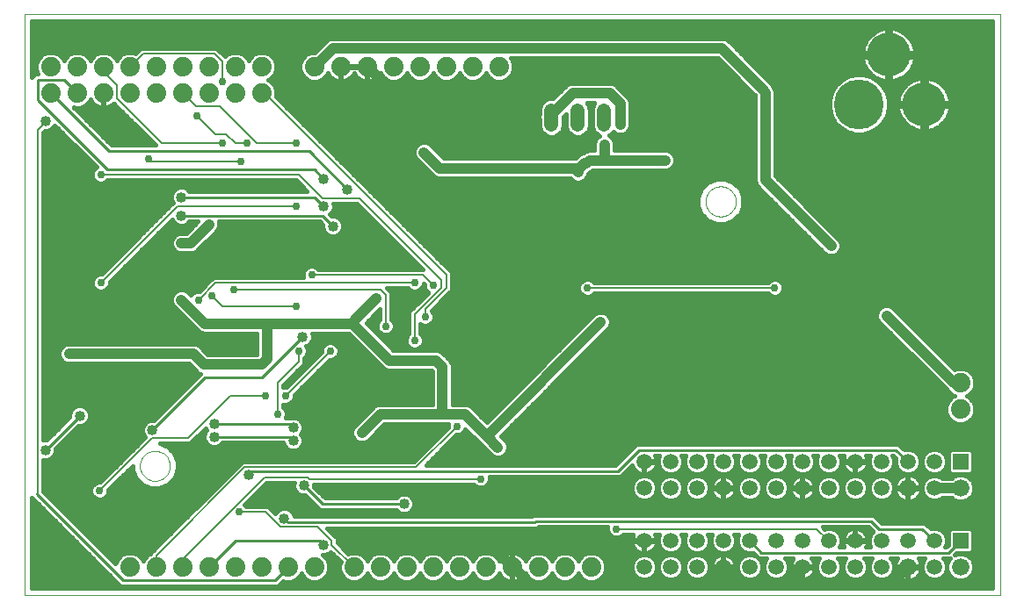
<source format=gbl>
G75*
G70*
%OFA0B0*%
%FSLAX24Y24*%
%IPPOS*%
%LPD*%
%AMOC8*
5,1,8,0,0,1.08239X$1,22.5*
%
%ADD10C,0.0000*%
%ADD11R,0.0591X0.0591*%
%ADD12C,0.0660*%
%ADD13C,0.0591*%
%ADD14C,0.0740*%
%ADD15C,0.0540*%
%ADD16C,0.1890*%
%ADD17C,0.1654*%
%ADD18C,0.0100*%
%ADD19C,0.0400*%
%ADD20C,0.0060*%
%ADD21C,0.0300*%
%ADD22C,0.0400*%
%ADD23C,0.0396*%
%ADD24C,0.0160*%
D10*
X000660Y002557D02*
X000660Y024637D01*
X037648Y024637D01*
X037660Y024637D02*
X037660Y002557D01*
X037662Y002557D01*
X037660Y002557D02*
X000660Y002557D01*
X005038Y007481D02*
X005040Y007528D01*
X005046Y007575D01*
X005055Y007621D01*
X005069Y007666D01*
X005086Y007710D01*
X005107Y007753D01*
X005131Y007793D01*
X005158Y007832D01*
X005189Y007868D01*
X005222Y007901D01*
X005258Y007932D01*
X005297Y007959D01*
X005337Y007983D01*
X005380Y008004D01*
X005424Y008021D01*
X005469Y008035D01*
X005515Y008044D01*
X005562Y008050D01*
X005609Y008052D01*
X005656Y008050D01*
X005703Y008044D01*
X005749Y008035D01*
X005794Y008021D01*
X005838Y008004D01*
X005881Y007983D01*
X005921Y007959D01*
X005960Y007932D01*
X005996Y007901D01*
X006029Y007868D01*
X006060Y007832D01*
X006087Y007793D01*
X006111Y007753D01*
X006132Y007710D01*
X006149Y007666D01*
X006163Y007621D01*
X006172Y007575D01*
X006178Y007528D01*
X006180Y007481D01*
X006178Y007434D01*
X006172Y007387D01*
X006163Y007341D01*
X006149Y007296D01*
X006132Y007252D01*
X006111Y007209D01*
X006087Y007169D01*
X006060Y007130D01*
X006029Y007094D01*
X005996Y007061D01*
X005960Y007030D01*
X005921Y007003D01*
X005881Y006979D01*
X005838Y006958D01*
X005794Y006941D01*
X005749Y006927D01*
X005703Y006918D01*
X005656Y006912D01*
X005609Y006910D01*
X005562Y006912D01*
X005515Y006918D01*
X005469Y006927D01*
X005424Y006941D01*
X005380Y006958D01*
X005337Y006979D01*
X005297Y007003D01*
X005258Y007030D01*
X005222Y007061D01*
X005189Y007094D01*
X005158Y007130D01*
X005131Y007169D01*
X005107Y007209D01*
X005086Y007252D01*
X005069Y007296D01*
X005055Y007341D01*
X005046Y007387D01*
X005040Y007434D01*
X005038Y007481D01*
X026495Y017521D02*
X026497Y017568D01*
X026503Y017615D01*
X026512Y017661D01*
X026526Y017706D01*
X026543Y017750D01*
X026564Y017793D01*
X026588Y017833D01*
X026615Y017872D01*
X026646Y017908D01*
X026679Y017941D01*
X026715Y017972D01*
X026754Y017999D01*
X026794Y018023D01*
X026837Y018044D01*
X026881Y018061D01*
X026926Y018075D01*
X026972Y018084D01*
X027019Y018090D01*
X027066Y018092D01*
X027113Y018090D01*
X027160Y018084D01*
X027206Y018075D01*
X027251Y018061D01*
X027295Y018044D01*
X027338Y018023D01*
X027378Y017999D01*
X027417Y017972D01*
X027453Y017941D01*
X027486Y017908D01*
X027517Y017872D01*
X027544Y017833D01*
X027568Y017793D01*
X027589Y017750D01*
X027606Y017706D01*
X027620Y017661D01*
X027629Y017615D01*
X027635Y017568D01*
X027637Y017521D01*
X027635Y017474D01*
X027629Y017427D01*
X027620Y017381D01*
X027606Y017336D01*
X027589Y017292D01*
X027568Y017249D01*
X027544Y017209D01*
X027517Y017170D01*
X027486Y017134D01*
X027453Y017101D01*
X027417Y017070D01*
X027378Y017043D01*
X027338Y017019D01*
X027295Y016998D01*
X027251Y016981D01*
X027206Y016967D01*
X027160Y016958D01*
X027113Y016952D01*
X027066Y016950D01*
X027019Y016952D01*
X026972Y016958D01*
X026926Y016967D01*
X026881Y016981D01*
X026837Y016998D01*
X026794Y017019D01*
X026754Y017043D01*
X026715Y017070D01*
X026679Y017101D01*
X026646Y017134D01*
X026615Y017170D01*
X026588Y017209D01*
X026564Y017249D01*
X026543Y017292D01*
X026526Y017336D01*
X026512Y017381D01*
X026503Y017427D01*
X026497Y017474D01*
X026495Y017521D01*
D11*
X036160Y007637D03*
X036160Y004637D03*
D12*
X036160Y003637D03*
X034160Y003637D03*
X034160Y006637D03*
X036160Y006637D03*
D13*
X035160Y006637D03*
X035160Y007637D03*
X034160Y007637D03*
X033160Y007637D03*
X032160Y007637D03*
X031160Y007637D03*
X030160Y007637D03*
X029160Y007637D03*
X028160Y007637D03*
X027160Y007637D03*
X026160Y007637D03*
X025160Y007637D03*
X024160Y007637D03*
X024160Y006637D03*
X025160Y006637D03*
X026160Y006637D03*
X027160Y006637D03*
X028160Y006637D03*
X029160Y006637D03*
X030160Y006637D03*
X031160Y006637D03*
X032160Y006637D03*
X033160Y006637D03*
X033160Y004637D03*
X032160Y004637D03*
X031160Y004637D03*
X030160Y004637D03*
X029160Y004637D03*
X028160Y004637D03*
X027160Y004637D03*
X026160Y004637D03*
X025160Y004637D03*
X024160Y004637D03*
X024160Y003637D03*
X025160Y003637D03*
X026160Y003637D03*
X027160Y003637D03*
X028160Y003637D03*
X029160Y003637D03*
X030160Y003637D03*
X031160Y003637D03*
X032160Y003637D03*
X033160Y003637D03*
X034160Y004637D03*
X035160Y004637D03*
X035160Y003637D03*
D14*
X036160Y009627D03*
X036160Y010627D03*
X022160Y003637D03*
X021160Y003637D03*
X020160Y003637D03*
X019160Y003637D03*
X018160Y003637D03*
X017160Y003637D03*
X016160Y003637D03*
X015160Y003637D03*
X014160Y003637D03*
X013160Y003637D03*
X011660Y003637D03*
X010660Y003637D03*
X009660Y003637D03*
X008660Y003637D03*
X007660Y003637D03*
X006660Y003637D03*
X005660Y003637D03*
X004660Y003637D03*
X004660Y021637D03*
X003660Y021637D03*
X002660Y021637D03*
X001660Y021637D03*
X001660Y022637D03*
X002660Y022637D03*
X003660Y022637D03*
X004660Y022637D03*
X005660Y022637D03*
X006660Y022637D03*
X007660Y022637D03*
X008660Y022637D03*
X009660Y022637D03*
X009660Y021637D03*
X008660Y021637D03*
X007660Y021637D03*
X006660Y021637D03*
X005660Y021637D03*
X011660Y022637D03*
X012660Y022637D03*
X013660Y022637D03*
X014660Y022637D03*
X015660Y022637D03*
X016660Y022637D03*
X017660Y022637D03*
X018660Y022637D03*
D15*
X020640Y020977D02*
X020640Y020437D01*
X021640Y020437D02*
X021640Y020977D01*
X022640Y020977D02*
X022640Y020437D01*
D16*
X032316Y021207D03*
D17*
X034776Y021207D03*
X033438Y023097D03*
D18*
X012910Y017987D02*
X011460Y019437D01*
X003860Y019437D01*
X001660Y021637D01*
X001160Y021387D02*
X001160Y022137D01*
X002160Y022137D01*
X002660Y021637D01*
X001160Y021387D02*
X003810Y018737D01*
X011660Y018737D01*
X012010Y018387D01*
X011660Y017687D02*
X006610Y017687D01*
X006610Y016987D02*
X011960Y016987D01*
X012360Y016587D01*
X012010Y017337D02*
X011660Y017687D01*
X011210Y012387D02*
X009660Y010837D01*
X007510Y010837D01*
X005510Y008837D01*
X007860Y009087D02*
X010710Y009087D01*
X010860Y008937D01*
X010710Y008587D02*
X007860Y008587D01*
X009310Y007287D02*
X023160Y007287D01*
X023960Y008087D01*
X033710Y008087D01*
X034160Y007637D01*
X032760Y005387D02*
X033060Y005087D01*
X034710Y005087D01*
X035160Y004637D01*
X035710Y004187D02*
X036160Y004637D01*
X035710Y004187D02*
X028610Y004187D01*
X028160Y004637D01*
X032760Y005387D02*
X020060Y005387D01*
X020010Y005337D01*
X010660Y005337D01*
X010510Y005487D01*
X011260Y006737D02*
X011960Y006037D01*
X015060Y006037D01*
X012010Y004487D02*
X011860Y004637D01*
X008660Y004637D01*
X007660Y003637D01*
X010160Y003137D02*
X004410Y003137D01*
X001135Y006412D01*
X001460Y008087D02*
X002760Y009387D01*
X009160Y007137D02*
X009310Y007287D01*
X010710Y008587D02*
X010860Y008437D01*
X010660Y003637D02*
X010160Y003137D01*
D19*
X012010Y004487D03*
X010510Y005487D03*
X011260Y006737D03*
X009160Y007137D03*
X010860Y008437D03*
X010860Y008937D03*
X007860Y009087D03*
X007860Y008587D03*
X005510Y008837D03*
X002760Y009387D03*
X001460Y008087D03*
X011210Y012387D03*
X006610Y015937D03*
X007660Y016637D03*
X006610Y016987D03*
X006610Y017687D03*
X012010Y017337D03*
X012360Y016587D03*
X012910Y017987D03*
X012010Y018387D03*
X001460Y020587D03*
X015060Y006037D03*
X014310Y004787D03*
D20*
X013160Y003637D02*
X012310Y004487D01*
X012310Y004637D01*
X011760Y005187D01*
X010360Y005187D01*
X009810Y005737D01*
X008810Y005737D01*
X009760Y007037D02*
X006510Y003787D01*
X006660Y003637D01*
X005660Y003637D02*
X005660Y004087D01*
X009010Y007437D01*
X015510Y007437D01*
X017060Y008987D01*
X017960Y006987D02*
X011460Y006987D01*
X011410Y007037D01*
X009760Y007037D01*
X006860Y008537D02*
X008460Y010137D01*
X009810Y010137D01*
X010260Y010637D02*
X010260Y009437D01*
X010560Y010137D02*
X012260Y011837D01*
X011060Y011837D02*
X011060Y011437D01*
X010260Y010637D01*
X006860Y008537D02*
X005510Y008537D01*
X003510Y006537D01*
X001160Y006437D02*
X001135Y006412D01*
X001160Y006437D02*
X001160Y020237D01*
X001460Y020537D01*
X001460Y020587D01*
X004160Y021437D02*
X004160Y021937D01*
X003660Y022437D01*
X003660Y022637D01*
X004660Y022637D02*
X005160Y023137D01*
X007860Y023137D01*
X008160Y022837D01*
X008160Y022087D01*
X007160Y021137D02*
X006660Y021637D01*
X007160Y021137D02*
X008060Y021137D01*
X009460Y019737D01*
X010960Y019737D01*
X009110Y019737D02*
X008660Y019737D01*
X008310Y020087D01*
X007910Y020087D01*
X007210Y020787D01*
X008160Y019737D02*
X005860Y019737D01*
X004160Y021437D01*
X005360Y019137D02*
X005460Y019037D01*
X008860Y019037D01*
X011060Y018537D02*
X003560Y018537D01*
X006460Y017337D02*
X010960Y017337D01*
X011960Y017637D02*
X011060Y018537D01*
X011960Y017637D02*
X013360Y017637D01*
X016460Y014537D01*
X016460Y014237D01*
X015460Y013237D01*
X015460Y012237D01*
X014360Y012787D02*
X014360Y013987D01*
X014160Y014187D01*
X008610Y014187D01*
X007910Y014437D02*
X015460Y014437D01*
X015760Y014737D02*
X016160Y014337D01*
X016660Y014237D02*
X016660Y014737D01*
X009760Y021637D01*
X009660Y021637D01*
X006460Y017337D02*
X003560Y014437D01*
X007260Y013787D02*
X007910Y014437D01*
X007760Y013937D02*
X008160Y013537D01*
X010960Y013537D01*
X011560Y014737D02*
X015760Y014737D01*
X016660Y014237D02*
X015860Y013437D01*
X015860Y013137D01*
X022010Y014237D02*
X029110Y014237D01*
X030710Y005087D02*
X023110Y005087D01*
X030710Y005087D02*
X031160Y004637D01*
D21*
X023110Y005087D03*
X018610Y008187D03*
X017060Y008987D03*
X017960Y006987D03*
X013460Y008737D03*
X010560Y010137D03*
X009810Y010137D03*
X010260Y009437D03*
X011060Y011837D03*
X012260Y011837D03*
X014360Y012787D03*
X015460Y012237D03*
X015860Y013137D03*
X016160Y014337D03*
X015460Y014437D03*
X014010Y013837D03*
X011560Y014737D03*
X010960Y013537D03*
X008610Y014187D03*
X007760Y013937D03*
X007260Y013787D03*
X006610Y013787D03*
X003560Y014437D03*
X005360Y015637D03*
X003560Y018537D03*
X005360Y019137D03*
X008160Y019737D03*
X009110Y019737D03*
X008860Y019037D03*
X010960Y019737D03*
X008160Y022087D03*
X007210Y020787D03*
X010960Y017337D03*
X013760Y016737D03*
X015810Y019387D03*
X021660Y018637D03*
X022660Y019687D03*
X023260Y020437D03*
X024960Y019087D03*
X028660Y021787D03*
X021660Y022537D03*
X031260Y015837D03*
X029110Y014237D03*
X033360Y013187D03*
X022510Y012937D03*
X022010Y014237D03*
X017760Y014737D03*
X003510Y006537D03*
X008810Y005737D03*
X002360Y011737D03*
D22*
X007060Y011737D01*
X007460Y011337D01*
X009660Y011337D01*
X009860Y011537D01*
X009860Y012887D01*
X007510Y012887D01*
X006610Y013787D01*
X006060Y014037D02*
X006060Y013537D01*
X007760Y011837D01*
X009360Y011837D01*
X009860Y012887D02*
X013110Y012887D01*
X013210Y013037D01*
X014010Y013837D01*
X013110Y012887D02*
X014510Y011487D01*
X016260Y011487D01*
X016510Y011237D01*
X016510Y009437D01*
X014160Y009437D01*
X013460Y008737D01*
X016510Y009437D02*
X017360Y009437D01*
X018185Y008612D01*
X022510Y012937D01*
X018560Y015137D02*
X018560Y017237D01*
X017860Y017937D01*
X014310Y017937D01*
X013760Y016737D02*
X013760Y016137D01*
X013610Y016037D01*
X011160Y016037D01*
X010360Y015237D01*
X010260Y015087D01*
X010260Y015037D01*
X007060Y015037D01*
X006510Y014487D01*
X005360Y015637D01*
X006610Y015937D02*
X006960Y015937D01*
X007660Y016637D01*
X006510Y014487D02*
X006060Y014037D01*
X015810Y019387D02*
X016410Y018787D01*
X021560Y018787D01*
X021598Y018729D01*
X021760Y018837D01*
X021910Y018987D01*
X021960Y018987D01*
X022110Y019087D01*
X022660Y019087D01*
X022660Y019687D01*
X022660Y019087D02*
X024960Y019087D01*
X023260Y020437D02*
X023260Y021237D01*
X022860Y021637D01*
X021460Y021637D01*
X020560Y020737D01*
X020640Y020707D01*
X018960Y021937D02*
X014360Y021937D01*
X013660Y022637D01*
X012760Y022637D02*
X012660Y022637D01*
X012360Y023337D02*
X011660Y022637D01*
X012360Y023337D02*
X027110Y023337D01*
X028660Y021787D01*
X028760Y021637D01*
X028760Y018337D01*
X031260Y015837D01*
X033360Y013187D02*
X035910Y010637D01*
X036160Y010637D01*
X036160Y010627D01*
X036160Y006637D02*
X035160Y006637D01*
X034160Y003637D02*
X033560Y003037D01*
X029810Y003037D01*
X029685Y003162D01*
X029560Y003037D01*
X027760Y003037D01*
X027160Y003637D01*
X026560Y003037D01*
X022760Y003037D01*
X022660Y003137D01*
X022460Y002937D01*
X019910Y002937D01*
X019310Y003537D01*
X019160Y003637D01*
X018460Y004337D01*
X014760Y004337D01*
X014310Y004787D01*
X018185Y008612D02*
X018610Y008187D01*
X029685Y003162D02*
X030160Y003637D01*
X018560Y015137D02*
X018160Y014737D01*
X017760Y014737D01*
X021660Y018637D02*
X021598Y018729D01*
X018960Y021937D02*
X019560Y022537D01*
X021660Y022537D01*
D23*
X022610Y022387D03*
X024810Y022487D03*
X026210Y022587D03*
X026510Y023987D03*
X030110Y022687D03*
X030410Y023787D03*
X031810Y023787D03*
X035410Y023587D03*
X036710Y023387D03*
X036710Y022387D03*
X036510Y021287D03*
X036610Y020087D03*
X036610Y018887D03*
X035110Y018887D03*
X033710Y018687D03*
X033710Y019887D03*
X030610Y019987D03*
X030110Y021387D03*
X027210Y020087D03*
X026410Y020287D03*
X024510Y019987D03*
X024810Y017987D03*
X023310Y017487D03*
X023710Y015987D03*
X025110Y016087D03*
X026610Y016187D03*
X028210Y016387D03*
X029310Y016787D03*
X029110Y015587D03*
X030210Y015487D03*
X031010Y014187D03*
X029510Y013187D03*
X031110Y013087D03*
X031810Y011487D03*
X030210Y010187D03*
X029010Y010187D03*
X028710Y008837D03*
X027610Y008787D03*
X026560Y008787D03*
X025560Y008787D03*
X024460Y008787D03*
X023260Y008787D03*
X022460Y009537D03*
X021860Y010487D03*
X022510Y011487D03*
X023410Y012487D03*
X023810Y013387D03*
X025510Y013487D03*
X027310Y013487D03*
X027610Y014787D03*
X026210Y014787D03*
X024910Y014787D03*
X023810Y014787D03*
X020910Y014487D03*
X019910Y013587D03*
X018310Y013587D03*
X020210Y011887D03*
X018710Y010687D03*
X020810Y008887D03*
X019610Y008587D03*
X020610Y007887D03*
X021810Y007887D03*
X022310Y006587D03*
X021810Y005887D03*
X020810Y006587D03*
X022410Y004687D03*
X023310Y004387D03*
X023110Y003187D03*
X018310Y004587D03*
X013310Y004787D03*
X013310Y006487D03*
X007010Y006687D03*
X005810Y006187D03*
X005510Y005087D03*
X003810Y005687D03*
X002010Y004487D03*
X002610Y003387D03*
X007110Y007687D03*
X003910Y008987D03*
X003510Y008087D03*
X009360Y011837D03*
X004110Y012787D03*
X002810Y013087D03*
X001910Y013187D03*
X002010Y014587D03*
X003210Y015387D03*
X001910Y016587D03*
X003210Y017187D03*
X004410Y017187D03*
X004710Y017887D03*
X005410Y017187D03*
X004710Y016387D03*
X007210Y014987D03*
X010260Y015087D03*
X013610Y016037D03*
X016110Y017787D03*
X017510Y017887D03*
X018210Y016787D03*
X019610Y017887D03*
X019510Y015387D03*
X014310Y017937D03*
X014110Y019287D03*
X014710Y020387D03*
X013310Y020487D03*
X012810Y021487D03*
X014510Y021487D03*
X017210Y021587D03*
X017310Y020187D03*
X019610Y021787D03*
X019210Y023987D03*
X017310Y023987D03*
X014410Y024087D03*
X013010Y023987D03*
X012010Y023987D03*
X010810Y023787D03*
X009010Y023887D03*
X007310Y023987D03*
X005510Y023987D03*
X004110Y023987D03*
X002710Y023987D03*
X001410Y023887D03*
X003110Y020787D03*
X004110Y020287D03*
X002810Y018987D03*
X001710Y018887D03*
X002010Y019787D03*
X004310Y013787D03*
X029910Y008787D03*
X031310Y008737D03*
X032310Y008787D03*
X033410Y008687D03*
X034410Y008787D03*
X035410Y008787D03*
X034710Y010787D03*
X036910Y011687D03*
X035010Y012687D03*
X034510Y013687D03*
X032710Y014987D03*
X034610Y015187D03*
X036510Y015187D03*
X033610Y017187D03*
X035010Y017487D03*
X036610Y017887D03*
D24*
X037380Y017911D02*
X029723Y017911D01*
X029881Y017753D02*
X037380Y017753D01*
X037380Y017594D02*
X030040Y017594D01*
X030198Y017436D02*
X037380Y017436D01*
X037380Y017277D02*
X030357Y017277D01*
X030515Y017119D02*
X037380Y017119D01*
X037380Y016960D02*
X030674Y016960D01*
X030832Y016802D02*
X037380Y016802D01*
X037380Y016643D02*
X030991Y016643D01*
X031149Y016485D02*
X037380Y016485D01*
X037380Y016326D02*
X031308Y016326D01*
X031466Y016168D02*
X037380Y016168D01*
X037380Y016009D02*
X031600Y016009D01*
X031582Y016052D02*
X031640Y015912D01*
X031640Y015761D01*
X031582Y015622D01*
X031475Y015515D01*
X031336Y015457D01*
X031184Y015457D01*
X031045Y015515D01*
X028545Y018015D01*
X028438Y018122D01*
X028380Y018261D01*
X028380Y021522D01*
X028365Y021545D01*
X026953Y022957D01*
X019118Y022957D01*
X019126Y022948D01*
X019210Y022746D01*
X019210Y022527D01*
X019126Y022325D01*
X018972Y022171D01*
X018769Y022087D01*
X018551Y022087D01*
X018348Y022171D01*
X018194Y022325D01*
X018160Y022407D01*
X018126Y022325D01*
X017972Y022171D01*
X017769Y022087D01*
X017551Y022087D01*
X017348Y022171D01*
X017194Y022325D01*
X017160Y022407D01*
X017126Y022325D01*
X016972Y022171D01*
X016769Y022087D01*
X016551Y022087D01*
X016348Y022171D01*
X016194Y022325D01*
X016160Y022407D01*
X016126Y022325D01*
X015972Y022171D01*
X015769Y022087D01*
X015551Y022087D01*
X015348Y022171D01*
X015194Y022325D01*
X015160Y022407D01*
X015126Y022325D01*
X014972Y022171D01*
X014769Y022087D01*
X014551Y022087D01*
X014348Y022171D01*
X014194Y022325D01*
X014160Y022407D01*
X014130Y022349D01*
X014080Y022279D01*
X014018Y022217D01*
X013948Y022166D01*
X013871Y022127D01*
X013789Y022100D01*
X013703Y022087D01*
X013680Y022087D01*
X013680Y022617D01*
X013640Y022617D01*
X012680Y022617D01*
X012680Y022657D01*
X013110Y022657D01*
X013640Y022657D01*
X013640Y022617D01*
X013640Y022087D01*
X013617Y022087D01*
X013531Y022100D01*
X013449Y022127D01*
X013372Y022166D01*
X013302Y022217D01*
X013240Y022279D01*
X013190Y022349D01*
X013160Y022407D01*
X013130Y022349D01*
X013080Y022279D01*
X013018Y022217D01*
X012948Y022166D01*
X012871Y022127D01*
X012789Y022100D01*
X012703Y022087D01*
X012680Y022087D01*
X012680Y022617D01*
X012640Y022617D01*
X012640Y022087D01*
X012617Y022087D01*
X012531Y022100D01*
X012449Y022127D01*
X012372Y022166D01*
X012302Y022217D01*
X012240Y022279D01*
X012190Y022349D01*
X012160Y022407D01*
X012126Y022325D01*
X011972Y022171D01*
X011769Y022087D01*
X011551Y022087D01*
X011348Y022171D01*
X011194Y022325D01*
X011110Y022527D01*
X011110Y022746D01*
X011194Y022948D01*
X011348Y023103D01*
X011551Y023187D01*
X011673Y023187D01*
X012038Y023552D01*
X012145Y023659D01*
X012284Y023717D01*
X027186Y023717D01*
X027325Y023659D01*
X028902Y022082D01*
X028934Y022060D01*
X028955Y022029D01*
X028982Y022002D01*
X028997Y021967D01*
X029055Y021879D01*
X029082Y021852D01*
X029097Y021817D01*
X029118Y021785D01*
X029125Y021747D01*
X029140Y021712D01*
X029140Y021674D01*
X029147Y021636D01*
X029140Y021599D01*
X029140Y018494D01*
X031582Y016052D01*
X031640Y015851D02*
X037380Y015851D01*
X037380Y015692D02*
X031611Y015692D01*
X031494Y015534D02*
X037380Y015534D01*
X037380Y015375D02*
X016318Y015375D01*
X016160Y015534D02*
X031026Y015534D01*
X030867Y015692D02*
X016001Y015692D01*
X015843Y015851D02*
X030709Y015851D01*
X030550Y016009D02*
X015684Y016009D01*
X015526Y016168D02*
X030392Y016168D01*
X030233Y016326D02*
X015367Y016326D01*
X015209Y016485D02*
X030075Y016485D01*
X029916Y016643D02*
X015050Y016643D01*
X014892Y016802D02*
X026581Y016802D01*
X026584Y016799D02*
X026896Y016670D01*
X027235Y016670D01*
X027547Y016799D01*
X027787Y017039D01*
X027916Y017351D01*
X027916Y017690D01*
X027787Y018003D01*
X027547Y018242D01*
X027235Y018372D01*
X026896Y018372D01*
X026584Y018242D01*
X026344Y018003D01*
X026215Y017690D01*
X026215Y017351D01*
X026344Y017039D01*
X026584Y016799D01*
X026423Y016960D02*
X014733Y016960D01*
X014575Y017119D02*
X026311Y017119D01*
X026245Y017277D02*
X014416Y017277D01*
X014258Y017436D02*
X026215Y017436D01*
X026215Y017594D02*
X014099Y017594D01*
X013941Y017753D02*
X026241Y017753D01*
X026306Y017911D02*
X013782Y017911D01*
X013624Y018070D02*
X026411Y018070D01*
X026570Y018228D02*
X013465Y018228D01*
X013307Y018387D02*
X021370Y018387D01*
X021357Y018407D02*
X021386Y018363D01*
X021511Y018279D01*
X021660Y018249D01*
X021808Y018279D01*
X021934Y018363D01*
X022018Y018488D01*
X022033Y018562D01*
X022034Y018563D01*
X022055Y018594D01*
X022085Y018624D01*
X022108Y018629D01*
X022140Y018650D01*
X022175Y018665D01*
X022202Y018692D01*
X022225Y018707D01*
X025036Y018707D01*
X025175Y018765D01*
X025282Y018872D01*
X025340Y019011D01*
X025340Y019162D01*
X025282Y019302D01*
X025175Y019409D01*
X025036Y019467D01*
X023040Y019467D01*
X023040Y019762D01*
X022982Y019902D01*
X022875Y020009D01*
X022829Y020028D01*
X022895Y020055D01*
X022999Y020160D01*
X023045Y020115D01*
X023184Y020057D01*
X023336Y020057D01*
X023475Y020115D01*
X023582Y020222D01*
X023640Y020361D01*
X023640Y021312D01*
X023582Y021452D01*
X023182Y021852D01*
X023075Y021959D01*
X022936Y022017D01*
X021384Y022017D01*
X021245Y021959D01*
X020713Y021427D01*
X020550Y021427D01*
X020385Y021358D01*
X020259Y021232D01*
X020190Y021066D01*
X020190Y020837D01*
X020180Y020812D01*
X020180Y020806D01*
X020178Y020799D01*
X020180Y020730D01*
X020180Y020661D01*
X020183Y020655D01*
X020183Y020648D01*
X020190Y020632D01*
X020190Y020347D01*
X020259Y020182D01*
X020385Y020055D01*
X020550Y019987D01*
X020730Y019987D01*
X020895Y020055D01*
X021021Y020182D01*
X021090Y020347D01*
X021090Y020729D01*
X021190Y020829D01*
X021190Y020347D01*
X021259Y020182D01*
X021385Y020055D01*
X021550Y019987D01*
X021730Y019987D01*
X021895Y020055D01*
X022021Y020182D01*
X022090Y020347D01*
X022090Y021066D01*
X022021Y021232D01*
X021996Y021257D01*
X022284Y021257D01*
X022259Y021232D01*
X022190Y021066D01*
X022190Y020347D01*
X022259Y020182D01*
X022385Y020055D01*
X022471Y020020D01*
X022445Y020009D01*
X022338Y019902D01*
X022280Y019762D01*
X022280Y019467D01*
X022148Y019467D01*
X022110Y019474D01*
X022073Y019467D01*
X022034Y019467D01*
X021999Y019452D01*
X021962Y019445D01*
X021930Y019424D01*
X021895Y019409D01*
X021868Y019382D01*
X021845Y019367D01*
X021834Y019367D01*
X021695Y019309D01*
X021588Y019202D01*
X021560Y019174D01*
X021523Y019167D01*
X016567Y019167D01*
X016025Y019709D01*
X015886Y019767D01*
X015734Y019767D01*
X015595Y019709D01*
X015488Y019602D01*
X015430Y019462D01*
X015430Y019311D01*
X015488Y019172D01*
X016088Y018572D01*
X016195Y018465D01*
X016334Y018407D01*
X021357Y018407D01*
X021950Y018387D02*
X028380Y018387D01*
X028380Y018545D02*
X022029Y018545D01*
X022221Y018704D02*
X028380Y018704D01*
X028380Y018862D02*
X025273Y018862D01*
X025340Y019021D02*
X028380Y019021D01*
X028380Y019179D02*
X025333Y019179D01*
X025246Y019338D02*
X028380Y019338D01*
X028380Y019496D02*
X023040Y019496D01*
X023040Y019655D02*
X028380Y019655D01*
X028380Y019813D02*
X023019Y019813D01*
X022912Y019972D02*
X028380Y019972D01*
X028380Y020130D02*
X023491Y020130D01*
X023610Y020289D02*
X028380Y020289D01*
X028380Y020447D02*
X023640Y020447D01*
X023640Y020606D02*
X028380Y020606D01*
X028380Y020764D02*
X023640Y020764D01*
X023640Y020923D02*
X028380Y020923D01*
X028380Y021081D02*
X023640Y021081D01*
X023640Y021240D02*
X028380Y021240D01*
X028380Y021398D02*
X023604Y021398D01*
X023477Y021557D02*
X028353Y021557D01*
X028194Y021715D02*
X023319Y021715D01*
X023160Y021874D02*
X028036Y021874D01*
X027877Y022032D02*
X010042Y022032D01*
X009972Y022103D02*
X009890Y022137D01*
X009972Y022171D01*
X010126Y022325D01*
X010210Y022527D01*
X010210Y022746D01*
X010126Y022948D01*
X009972Y023103D01*
X009769Y023187D01*
X009551Y023187D01*
X009348Y023103D01*
X009194Y022948D01*
X009160Y022867D01*
X009126Y022948D01*
X008972Y023103D01*
X008769Y023187D01*
X008551Y023187D01*
X008348Y023103D01*
X008270Y023024D01*
X007947Y023347D01*
X005073Y023347D01*
X004871Y023145D01*
X004769Y023187D01*
X004551Y023187D01*
X004348Y023103D01*
X004194Y022948D01*
X004160Y022867D01*
X004126Y022948D01*
X003972Y023103D01*
X003769Y023187D01*
X003551Y023187D01*
X003348Y023103D01*
X003194Y022948D01*
X003160Y022867D01*
X003126Y022948D01*
X002972Y023103D01*
X002769Y023187D01*
X002551Y023187D01*
X002348Y023103D01*
X002194Y022948D01*
X002160Y022867D01*
X002126Y022948D01*
X001972Y023103D01*
X001769Y023187D01*
X001551Y023187D01*
X001348Y023103D01*
X001194Y022948D01*
X001110Y022746D01*
X001110Y022527D01*
X001177Y022367D01*
X001065Y022367D01*
X000940Y022242D01*
X000940Y024357D01*
X037380Y024357D01*
X037380Y002837D01*
X000940Y002837D01*
X000940Y006282D01*
X004315Y002907D01*
X010255Y002907D01*
X010390Y003042D01*
X010469Y003121D01*
X010551Y003087D01*
X010769Y003087D01*
X010972Y003171D01*
X011348Y003171D01*
X011551Y003087D01*
X011769Y003087D01*
X011972Y003171D01*
X012848Y003171D01*
X013051Y003087D01*
X013269Y003087D01*
X013472Y003171D01*
X013848Y003171D01*
X014051Y003087D01*
X014269Y003087D01*
X014472Y003171D01*
X014848Y003171D01*
X015051Y003087D01*
X015269Y003087D01*
X015472Y003171D01*
X015848Y003171D01*
X016051Y003087D01*
X016269Y003087D01*
X016472Y003171D01*
X016848Y003171D01*
X017051Y003087D01*
X017269Y003087D01*
X017472Y003171D01*
X017848Y003171D01*
X018051Y003087D01*
X018269Y003087D01*
X018472Y003171D01*
X018866Y003171D01*
X018872Y003166D02*
X018949Y003127D01*
X019031Y003100D01*
X019117Y003087D01*
X019140Y003087D01*
X019140Y003617D01*
X019180Y003617D01*
X019180Y003087D01*
X019203Y003087D01*
X019289Y003100D01*
X019371Y003127D01*
X019448Y003166D01*
X019518Y003217D01*
X019580Y003279D01*
X019630Y003349D01*
X019660Y003407D01*
X019694Y003325D01*
X019848Y003171D01*
X019454Y003171D01*
X019616Y003329D02*
X019692Y003329D01*
X019848Y003171D02*
X020051Y003087D01*
X020269Y003087D01*
X020472Y003171D01*
X020848Y003171D01*
X021051Y003087D01*
X021269Y003087D01*
X021472Y003171D01*
X021848Y003171D01*
X022051Y003087D01*
X022269Y003087D01*
X022472Y003171D01*
X024043Y003171D01*
X024065Y003162D02*
X024255Y003162D01*
X024429Y003234D01*
X024563Y003368D01*
X024635Y003542D01*
X024635Y003731D01*
X024563Y003906D01*
X024429Y004040D01*
X024255Y004112D01*
X024065Y004112D01*
X023891Y004040D01*
X023757Y003906D01*
X023685Y003731D01*
X023685Y003542D01*
X023757Y003368D01*
X023891Y003234D01*
X024065Y003162D01*
X024277Y003171D02*
X025043Y003171D01*
X025065Y003162D02*
X025255Y003162D01*
X025429Y003234D01*
X025563Y003368D01*
X025635Y003542D01*
X025635Y003731D01*
X025563Y003906D01*
X025429Y004040D01*
X025255Y004112D01*
X025065Y004112D01*
X024891Y004040D01*
X024757Y003906D01*
X024685Y003731D01*
X024685Y003542D01*
X024757Y003368D01*
X024891Y003234D01*
X025065Y003162D01*
X025277Y003171D02*
X026043Y003171D01*
X026065Y003162D02*
X026255Y003162D01*
X026429Y003234D01*
X026563Y003368D01*
X026635Y003542D01*
X026635Y003731D01*
X026563Y003906D01*
X026429Y004040D01*
X026255Y004112D01*
X026065Y004112D01*
X025891Y004040D01*
X025757Y003906D01*
X025685Y003731D01*
X025685Y003542D01*
X025757Y003368D01*
X025891Y003234D01*
X026065Y003162D01*
X026277Y003171D02*
X027064Y003171D01*
X027049Y003173D02*
X027123Y003162D01*
X027142Y003162D01*
X027142Y003618D01*
X027178Y003618D01*
X027178Y003162D01*
X027197Y003162D01*
X027271Y003173D01*
X027342Y003196D01*
X027409Y003230D01*
X027470Y003274D01*
X027523Y003327D01*
X027566Y003388D01*
X027600Y003454D01*
X027624Y003526D01*
X027635Y003599D01*
X027635Y003618D01*
X027178Y003618D01*
X027178Y003655D01*
X027142Y003655D01*
X027142Y004112D01*
X027123Y004112D01*
X027049Y004100D01*
X026978Y004077D01*
X026911Y004043D01*
X026850Y003999D01*
X026797Y003946D01*
X026754Y003886D01*
X026720Y003819D01*
X026696Y003748D01*
X026685Y003674D01*
X026685Y003655D01*
X027142Y003655D01*
X027142Y003618D01*
X026685Y003618D01*
X026685Y003599D01*
X026696Y003526D01*
X026720Y003454D01*
X026754Y003388D01*
X026797Y003327D01*
X026850Y003274D01*
X026911Y003230D01*
X026978Y003196D01*
X027049Y003173D01*
X027142Y003171D02*
X027178Y003171D01*
X027256Y003171D02*
X028043Y003171D01*
X028065Y003162D02*
X028255Y003162D01*
X028429Y003234D01*
X028563Y003368D01*
X028635Y003542D01*
X028635Y003731D01*
X028563Y003906D01*
X028429Y004040D01*
X028255Y004112D01*
X028065Y004112D01*
X027891Y004040D01*
X027757Y003906D01*
X027685Y003731D01*
X027685Y003542D01*
X027757Y003368D01*
X027891Y003234D01*
X028065Y003162D01*
X028277Y003171D02*
X029043Y003171D01*
X029065Y003162D02*
X029255Y003162D01*
X029429Y003234D01*
X029563Y003368D01*
X029635Y003542D01*
X029635Y003731D01*
X029563Y003906D01*
X029512Y003957D01*
X029808Y003957D01*
X029797Y003946D01*
X029754Y003886D01*
X029720Y003819D01*
X029696Y003748D01*
X029685Y003674D01*
X029685Y003655D01*
X030142Y003655D01*
X030142Y003618D01*
X030178Y003618D01*
X030178Y003162D01*
X030197Y003162D01*
X030271Y003173D01*
X030342Y003196D01*
X030409Y003230D01*
X030470Y003274D01*
X030523Y003327D01*
X030566Y003388D01*
X030600Y003454D01*
X030624Y003526D01*
X030635Y003599D01*
X030635Y003618D01*
X030178Y003618D01*
X030178Y003655D01*
X030635Y003655D01*
X030635Y003674D01*
X030624Y003748D01*
X030600Y003819D01*
X030566Y003886D01*
X030523Y003946D01*
X030512Y003957D01*
X030808Y003957D01*
X030757Y003906D01*
X030685Y003731D01*
X030685Y003542D01*
X030757Y003368D01*
X030891Y003234D01*
X031065Y003162D01*
X031255Y003162D01*
X031429Y003234D01*
X031563Y003368D01*
X031635Y003542D01*
X031635Y003731D01*
X031563Y003906D01*
X031512Y003957D01*
X031808Y003957D01*
X031757Y003906D01*
X031685Y003731D01*
X031685Y003542D01*
X031757Y003368D01*
X031891Y003234D01*
X032065Y003162D01*
X032255Y003162D01*
X032429Y003234D01*
X032563Y003368D01*
X032635Y003542D01*
X032635Y003731D01*
X032563Y003906D01*
X032512Y003957D01*
X032808Y003957D01*
X032757Y003906D01*
X032685Y003731D01*
X032685Y003542D01*
X032757Y003368D01*
X032891Y003234D01*
X033065Y003162D01*
X033255Y003162D01*
X033429Y003234D01*
X033563Y003368D01*
X033635Y003542D01*
X033635Y003731D01*
X033563Y003906D01*
X033512Y003957D01*
X033762Y003957D01*
X033724Y003904D01*
X033687Y003833D01*
X033663Y003756D01*
X033650Y003677D01*
X033650Y003655D01*
X034142Y003655D01*
X034142Y003618D01*
X034178Y003618D01*
X034178Y003127D01*
X034200Y003127D01*
X034279Y003139D01*
X034356Y003164D01*
X034427Y003201D01*
X034492Y003248D01*
X034549Y003305D01*
X034596Y003370D01*
X034633Y003441D01*
X034657Y003517D01*
X034670Y003597D01*
X034670Y003618D01*
X034178Y003618D01*
X034178Y003655D01*
X034670Y003655D01*
X034670Y003677D01*
X034657Y003756D01*
X034633Y003833D01*
X034596Y003904D01*
X034558Y003957D01*
X034808Y003957D01*
X034757Y003906D01*
X034685Y003731D01*
X034685Y003542D01*
X034757Y003368D01*
X034891Y003234D01*
X035065Y003162D01*
X035255Y003162D01*
X035429Y003234D01*
X035563Y003368D01*
X035635Y003542D01*
X035635Y003731D01*
X035563Y003906D01*
X035512Y003957D01*
X035759Y003957D01*
X035728Y003926D01*
X035650Y003738D01*
X035650Y003535D01*
X035728Y003348D01*
X035871Y003204D01*
X036059Y003127D01*
X036261Y003127D01*
X036449Y003204D01*
X036592Y003348D01*
X036670Y003535D01*
X036670Y003738D01*
X036592Y003926D01*
X036449Y004069D01*
X036261Y004147D01*
X036059Y004147D01*
X035951Y004102D01*
X036010Y004162D01*
X036530Y004162D01*
X036635Y004267D01*
X036635Y005007D01*
X036530Y005112D01*
X035790Y005112D01*
X035685Y005007D01*
X035685Y004487D01*
X035615Y004417D01*
X035583Y004417D01*
X035635Y004542D01*
X035635Y004731D01*
X035563Y004906D01*
X035429Y005040D01*
X035255Y005112D01*
X035065Y005112D01*
X035026Y005096D01*
X034805Y005317D01*
X033155Y005317D01*
X032855Y005617D01*
X019965Y005617D01*
X019915Y005567D01*
X010888Y005567D01*
X010832Y005702D01*
X010725Y005809D01*
X010586Y005867D01*
X010434Y005867D01*
X010295Y005809D01*
X010188Y005702D01*
X010174Y005669D01*
X009897Y005947D01*
X009067Y005947D01*
X009017Y005997D01*
X009847Y006827D01*
X010886Y006827D01*
X010880Y006812D01*
X010880Y006661D01*
X010938Y006522D01*
X011045Y006415D01*
X011184Y006357D01*
X011315Y006357D01*
X011730Y005942D01*
X011865Y005807D01*
X014753Y005807D01*
X014845Y005715D01*
X014984Y005657D01*
X015136Y005657D01*
X015275Y005715D01*
X015382Y005822D01*
X015440Y005961D01*
X015440Y006112D01*
X015382Y006252D01*
X015275Y006359D01*
X015136Y006417D01*
X014984Y006417D01*
X014845Y006359D01*
X014753Y006267D01*
X012055Y006267D01*
X011640Y006682D01*
X011640Y006777D01*
X017703Y006777D01*
X017773Y006707D01*
X017894Y006657D01*
X018026Y006657D01*
X018147Y006707D01*
X018240Y006800D01*
X018290Y006921D01*
X018290Y007052D01*
X018288Y007057D01*
X023255Y007057D01*
X023703Y007505D01*
X023720Y007454D01*
X023754Y007388D01*
X023797Y007327D01*
X023850Y007274D01*
X023911Y007230D01*
X023978Y007196D01*
X024049Y007173D01*
X024123Y007162D01*
X024142Y007162D01*
X024142Y007618D01*
X024178Y007618D01*
X024178Y007162D01*
X024197Y007162D01*
X024271Y007173D01*
X024342Y007196D01*
X024409Y007230D01*
X024470Y007274D01*
X024523Y007327D01*
X024566Y007388D01*
X024600Y007454D01*
X024624Y007526D01*
X024635Y007599D01*
X024635Y007618D01*
X024178Y007618D01*
X024178Y007655D01*
X024635Y007655D01*
X024635Y007674D01*
X024624Y007748D01*
X024600Y007819D01*
X024581Y007857D01*
X024737Y007857D01*
X024685Y007731D01*
X024685Y007542D01*
X024757Y007368D01*
X024891Y007234D01*
X025065Y007162D01*
X025255Y007162D01*
X025429Y007234D01*
X025563Y007368D01*
X025635Y007542D01*
X025635Y007731D01*
X025583Y007857D01*
X025737Y007857D01*
X025685Y007731D01*
X025685Y007542D01*
X025757Y007368D01*
X025891Y007234D01*
X026065Y007162D01*
X026255Y007162D01*
X026429Y007234D01*
X026563Y007368D01*
X026635Y007542D01*
X026635Y007731D01*
X026583Y007857D01*
X026737Y007857D01*
X026685Y007731D01*
X026685Y007542D01*
X026757Y007368D01*
X026891Y007234D01*
X027065Y007162D01*
X027255Y007162D01*
X027429Y007234D01*
X027563Y007368D01*
X027635Y007542D01*
X027635Y007731D01*
X027583Y007857D01*
X027737Y007857D01*
X027685Y007731D01*
X027685Y007542D01*
X027757Y007368D01*
X027891Y007234D01*
X028065Y007162D01*
X028255Y007162D01*
X028429Y007234D01*
X028563Y007368D01*
X028635Y007542D01*
X028635Y007731D01*
X028583Y007857D01*
X028737Y007857D01*
X028685Y007731D01*
X028685Y007542D01*
X028757Y007368D01*
X028891Y007234D01*
X029065Y007162D01*
X029255Y007162D01*
X029429Y007234D01*
X029563Y007368D01*
X029635Y007542D01*
X029635Y007731D01*
X029583Y007857D01*
X029737Y007857D01*
X029685Y007731D01*
X029685Y007542D01*
X029757Y007368D01*
X029891Y007234D01*
X030065Y007162D01*
X030255Y007162D01*
X030429Y007234D01*
X030563Y007368D01*
X030635Y007542D01*
X030635Y007731D01*
X030583Y007857D01*
X030737Y007857D01*
X030685Y007731D01*
X030685Y007542D01*
X030757Y007368D01*
X030891Y007234D01*
X031065Y007162D01*
X031255Y007162D01*
X031429Y007234D01*
X031563Y007368D01*
X031635Y007542D01*
X031635Y007731D01*
X031583Y007857D01*
X031739Y007857D01*
X031720Y007819D01*
X031696Y007748D01*
X031685Y007674D01*
X031685Y007655D01*
X032142Y007655D01*
X032142Y007618D01*
X032178Y007618D01*
X032178Y007162D01*
X032197Y007162D01*
X032271Y007173D01*
X032342Y007196D01*
X032409Y007230D01*
X032470Y007274D01*
X032523Y007327D01*
X032566Y007388D01*
X032600Y007454D01*
X032624Y007526D01*
X032635Y007599D01*
X032635Y007618D01*
X032178Y007618D01*
X032178Y007655D01*
X032635Y007655D01*
X032635Y007674D01*
X032624Y007748D01*
X032600Y007819D01*
X032581Y007857D01*
X032737Y007857D01*
X032685Y007731D01*
X032685Y007542D01*
X032757Y007368D01*
X032891Y007234D01*
X033065Y007162D01*
X033255Y007162D01*
X033429Y007234D01*
X033563Y007368D01*
X033635Y007542D01*
X033635Y007731D01*
X033583Y007857D01*
X033615Y007857D01*
X033701Y007771D01*
X033685Y007731D01*
X033685Y007542D01*
X033757Y007368D01*
X033891Y007234D01*
X034065Y007162D01*
X034255Y007162D01*
X034429Y007234D01*
X034563Y007368D01*
X034635Y007542D01*
X034635Y007731D01*
X034563Y007906D01*
X034429Y008040D01*
X034255Y008112D01*
X034065Y008112D01*
X034026Y008096D01*
X033940Y008182D01*
X033940Y008182D01*
X033805Y008317D01*
X023865Y008317D01*
X023730Y008182D01*
X023065Y007517D01*
X015887Y007517D01*
X017027Y008657D01*
X017126Y008657D01*
X017247Y008707D01*
X017340Y008800D01*
X017375Y008885D01*
X017970Y008290D01*
X018395Y007865D01*
X018534Y007807D01*
X018686Y007807D01*
X018825Y007865D01*
X018932Y007972D01*
X018990Y008111D01*
X018990Y008262D01*
X018932Y008402D01*
X018722Y008612D01*
X022832Y012722D01*
X022890Y012861D01*
X022890Y013012D01*
X022832Y013152D01*
X022725Y013259D01*
X022586Y013317D01*
X022434Y013317D01*
X022295Y013259D01*
X018185Y009149D01*
X017575Y009759D01*
X017436Y009817D01*
X016890Y009817D01*
X016890Y011312D01*
X016832Y011452D01*
X016725Y011559D01*
X016475Y011809D01*
X016336Y011867D01*
X014667Y011867D01*
X013622Y012912D01*
X014150Y013439D01*
X014150Y013044D01*
X014080Y012974D01*
X014030Y012852D01*
X014030Y012721D01*
X014080Y012600D01*
X014173Y012507D01*
X014294Y012457D01*
X014426Y012457D01*
X014547Y012507D01*
X014640Y012600D01*
X014690Y012721D01*
X014690Y012852D01*
X014640Y012974D01*
X014570Y013044D01*
X014570Y014074D01*
X014447Y014197D01*
X014417Y014227D01*
X015203Y014227D01*
X015273Y014157D01*
X015394Y014107D01*
X015526Y014107D01*
X015647Y014157D01*
X015740Y014250D01*
X015790Y014371D01*
X015790Y014410D01*
X015830Y014370D01*
X015830Y014271D01*
X015880Y014150D01*
X015973Y014057D01*
X015980Y014054D01*
X015250Y013324D01*
X015250Y012494D01*
X015180Y012424D01*
X015130Y012302D01*
X015130Y012171D01*
X015180Y012050D01*
X015273Y011957D01*
X015394Y011907D01*
X015526Y011907D01*
X015647Y011957D01*
X015740Y012050D01*
X015790Y012171D01*
X015790Y012302D01*
X015740Y012424D01*
X015670Y012494D01*
X015670Y012860D01*
X015673Y012857D01*
X015794Y012807D01*
X015926Y012807D01*
X016047Y012857D01*
X016140Y012950D01*
X016190Y013071D01*
X016190Y013202D01*
X016140Y013324D01*
X016092Y013372D01*
X016747Y014027D01*
X016870Y014150D01*
X016870Y014824D01*
X010197Y021497D01*
X010210Y021527D01*
X010210Y021746D01*
X010126Y021948D01*
X009972Y022103D01*
X009992Y022191D02*
X011328Y022191D01*
X011184Y022349D02*
X010136Y022349D01*
X010202Y022508D02*
X011118Y022508D01*
X011110Y022666D02*
X010210Y022666D01*
X010177Y022825D02*
X011143Y022825D01*
X011229Y022983D02*
X010091Y022983D01*
X009878Y023142D02*
X011442Y023142D01*
X011786Y023300D02*
X007993Y023300D01*
X008152Y023142D02*
X008442Y023142D01*
X008878Y023142D02*
X009442Y023142D01*
X009229Y022983D02*
X009091Y022983D01*
X010157Y021874D02*
X021160Y021874D01*
X021001Y021715D02*
X010210Y021715D01*
X010210Y021557D02*
X020843Y021557D01*
X020482Y021398D02*
X010295Y021398D01*
X010454Y021240D02*
X020267Y021240D01*
X020196Y021081D02*
X010612Y021081D01*
X010771Y020923D02*
X020190Y020923D01*
X020179Y020764D02*
X010929Y020764D01*
X011088Y020606D02*
X020190Y020606D01*
X020190Y020447D02*
X011246Y020447D01*
X011405Y020289D02*
X020214Y020289D01*
X020310Y020130D02*
X011563Y020130D01*
X011722Y019972D02*
X022408Y019972D01*
X022310Y020130D02*
X021970Y020130D01*
X022066Y020289D02*
X022214Y020289D01*
X022190Y020447D02*
X022090Y020447D01*
X022090Y020606D02*
X022190Y020606D01*
X022190Y020764D02*
X022090Y020764D01*
X022090Y020923D02*
X022190Y020923D01*
X022196Y021081D02*
X022084Y021081D01*
X022013Y021240D02*
X022267Y021240D01*
X021190Y020764D02*
X021125Y020764D01*
X021090Y020606D02*
X021190Y020606D01*
X021190Y020447D02*
X021090Y020447D01*
X021066Y020289D02*
X021214Y020289D01*
X021310Y020130D02*
X020970Y020130D01*
X021565Y019179D02*
X016555Y019179D01*
X016396Y019338D02*
X021764Y019338D01*
X022280Y019496D02*
X016238Y019496D01*
X016079Y019655D02*
X022280Y019655D01*
X022301Y019813D02*
X011880Y019813D01*
X012039Y019655D02*
X015541Y019655D01*
X015444Y019496D02*
X012197Y019496D01*
X012356Y019338D02*
X015430Y019338D01*
X015485Y019179D02*
X012514Y019179D01*
X012673Y019021D02*
X015639Y019021D01*
X015797Y018862D02*
X012831Y018862D01*
X012990Y018704D02*
X015956Y018704D01*
X016114Y018545D02*
X013148Y018545D01*
X014310Y017987D02*
X014310Y017937D01*
X013422Y017277D02*
X012390Y017277D01*
X012390Y017261D02*
X012390Y017412D01*
X012384Y017427D01*
X013273Y017427D01*
X015753Y014947D01*
X011817Y014947D01*
X011747Y015017D01*
X011626Y015067D01*
X011494Y015067D01*
X011373Y015017D01*
X011280Y014924D01*
X011230Y014802D01*
X011230Y014671D01*
X011240Y014647D01*
X007823Y014647D01*
X007700Y014524D01*
X007293Y014117D01*
X007194Y014117D01*
X007073Y014067D01*
X006980Y013974D01*
X006974Y013960D01*
X006825Y014109D01*
X006686Y014167D01*
X006534Y014167D01*
X006395Y014109D01*
X006288Y014002D01*
X006230Y013862D01*
X006230Y013711D01*
X006288Y013572D01*
X007188Y012672D01*
X007295Y012565D01*
X007434Y012507D01*
X009480Y012507D01*
X009480Y011717D01*
X007617Y011717D01*
X007275Y012059D01*
X007136Y012117D01*
X002284Y012117D01*
X002145Y012059D01*
X002038Y011952D01*
X001980Y011812D01*
X001980Y011661D01*
X002038Y011522D01*
X002145Y011415D01*
X002284Y011357D01*
X006903Y011357D01*
X007138Y011122D01*
X007245Y011015D01*
X007328Y010980D01*
X005565Y009217D01*
X005434Y009217D01*
X005295Y009159D01*
X005188Y009052D01*
X005130Y008912D01*
X005130Y008761D01*
X005188Y008622D01*
X005243Y008567D01*
X003543Y006867D01*
X003444Y006867D01*
X003323Y006817D01*
X003230Y006724D01*
X003180Y006602D01*
X003180Y006471D01*
X003230Y006350D01*
X003323Y006257D01*
X003444Y006207D01*
X003576Y006207D01*
X003697Y006257D01*
X003790Y006350D01*
X003840Y006471D01*
X003840Y006570D01*
X004758Y007488D01*
X004758Y007312D01*
X004887Y006999D01*
X005127Y006760D01*
X005440Y006630D01*
X005778Y006630D01*
X006091Y006760D01*
X006330Y006999D01*
X006460Y007312D01*
X006460Y007651D01*
X006330Y007963D01*
X006091Y008203D01*
X005791Y008327D01*
X006947Y008327D01*
X007524Y008904D01*
X007538Y008872D01*
X007573Y008837D01*
X007538Y008802D01*
X007480Y008662D01*
X007480Y008511D01*
X007538Y008372D01*
X007645Y008265D01*
X007784Y008207D01*
X007936Y008207D01*
X008075Y008265D01*
X008167Y008357D01*
X010482Y008357D01*
X010538Y008222D01*
X010645Y008115D01*
X010784Y008057D01*
X010936Y008057D01*
X011075Y008115D01*
X011182Y008222D01*
X011240Y008361D01*
X011240Y008512D01*
X011182Y008652D01*
X011147Y008687D01*
X011182Y008722D01*
X011240Y008861D01*
X011240Y009012D01*
X011182Y009152D01*
X011075Y009259D01*
X010936Y009317D01*
X010567Y009317D01*
X010590Y009371D01*
X010590Y009502D01*
X010540Y009624D01*
X010470Y009694D01*
X010470Y009817D01*
X010494Y009807D01*
X010626Y009807D01*
X010747Y009857D01*
X010840Y009950D01*
X010890Y010071D01*
X010890Y010170D01*
X012227Y011507D01*
X012326Y011507D01*
X012447Y011557D01*
X012540Y011650D01*
X012590Y011771D01*
X012590Y011902D01*
X012540Y012024D01*
X012447Y012117D01*
X012326Y012167D01*
X012194Y012167D01*
X012073Y012117D01*
X011980Y012024D01*
X011930Y011902D01*
X011930Y011804D01*
X010593Y010467D01*
X010494Y010467D01*
X010470Y010457D01*
X010470Y010550D01*
X011270Y011350D01*
X011270Y011580D01*
X011340Y011650D01*
X011390Y011771D01*
X011390Y011902D01*
X011340Y012024D01*
X011336Y012028D01*
X011425Y012065D01*
X011532Y012172D01*
X011590Y012311D01*
X011590Y012462D01*
X011572Y012507D01*
X012953Y012507D01*
X014188Y011272D01*
X014188Y011272D01*
X014295Y011165D01*
X014434Y011107D01*
X016103Y011107D01*
X016130Y011079D01*
X016130Y009817D01*
X014084Y009817D01*
X013945Y009759D01*
X013838Y009652D01*
X013138Y008952D01*
X013080Y008812D01*
X013080Y008661D01*
X013138Y008522D01*
X013245Y008415D01*
X013384Y008357D01*
X013536Y008357D01*
X013675Y008415D01*
X014317Y009057D01*
X016732Y009057D01*
X016730Y009052D01*
X016730Y008954D01*
X015423Y007647D01*
X008923Y007647D01*
X005573Y004297D01*
X005450Y004174D01*
X005450Y004145D01*
X005348Y004103D01*
X005194Y003948D01*
X005160Y003867D01*
X005126Y003948D01*
X004972Y004103D01*
X004769Y004187D01*
X004551Y004187D01*
X004348Y004103D01*
X004194Y003948D01*
X004115Y003757D01*
X001370Y006502D01*
X001370Y007713D01*
X001384Y007707D01*
X001536Y007707D01*
X001675Y007765D01*
X001782Y007872D01*
X001840Y008011D01*
X001840Y008142D01*
X002705Y009007D01*
X002836Y009007D01*
X002975Y009065D01*
X003082Y009172D01*
X003140Y009311D01*
X003140Y009462D01*
X003082Y009602D01*
X002975Y009709D01*
X002836Y009767D01*
X002684Y009767D01*
X002545Y009709D01*
X002438Y009602D01*
X002380Y009462D01*
X002380Y009332D01*
X001515Y008467D01*
X001384Y008467D01*
X001370Y008461D01*
X001370Y020150D01*
X001427Y020207D01*
X001536Y020207D01*
X001675Y020265D01*
X001782Y020372D01*
X001802Y020420D01*
X003396Y018826D01*
X003373Y018817D01*
X003280Y018724D01*
X003230Y018602D01*
X003230Y018471D01*
X003280Y018350D01*
X003373Y018257D01*
X003494Y018207D01*
X003626Y018207D01*
X003747Y018257D01*
X003817Y018327D01*
X010973Y018327D01*
X011383Y017917D01*
X006917Y017917D01*
X006825Y018009D01*
X006686Y018067D01*
X006534Y018067D01*
X006395Y018009D01*
X006288Y017902D01*
X006230Y017762D01*
X006230Y017611D01*
X006288Y017472D01*
X006293Y017467D01*
X006250Y017424D01*
X003593Y014767D01*
X003494Y014767D01*
X003373Y014717D01*
X003280Y014624D01*
X003230Y014502D01*
X003230Y014371D01*
X003280Y014250D01*
X003373Y014157D01*
X003494Y014107D01*
X003626Y014107D01*
X003747Y014157D01*
X003840Y014250D01*
X003890Y014371D01*
X003890Y014470D01*
X006260Y016840D01*
X006288Y016772D01*
X006395Y016665D01*
X006534Y016607D01*
X006686Y016607D01*
X006825Y016665D01*
X006917Y016757D01*
X007243Y016757D01*
X006803Y016317D01*
X006534Y016317D01*
X006395Y016259D01*
X006288Y016152D01*
X006230Y016012D01*
X006230Y015861D01*
X006288Y015722D01*
X006395Y015615D01*
X006534Y015557D01*
X007036Y015557D01*
X007175Y015615D01*
X007282Y015722D01*
X007875Y016315D01*
X007982Y016422D01*
X008040Y016561D01*
X008040Y016712D01*
X008022Y016757D01*
X011865Y016757D01*
X011980Y016642D01*
X011980Y016511D01*
X012038Y016372D01*
X012145Y016265D01*
X012284Y016207D01*
X012436Y016207D01*
X012575Y016265D01*
X012682Y016372D01*
X012740Y016511D01*
X012740Y016662D01*
X012682Y016802D01*
X012575Y016909D01*
X012436Y016967D01*
X012305Y016967D01*
X012241Y017031D01*
X012332Y017122D01*
X012390Y017261D01*
X012329Y017119D02*
X013581Y017119D01*
X013739Y016960D02*
X012451Y016960D01*
X012682Y016802D02*
X013898Y016802D01*
X014056Y016643D02*
X012740Y016643D01*
X012729Y016485D02*
X014215Y016485D01*
X014373Y016326D02*
X012637Y016326D01*
X012083Y016326D02*
X007887Y016326D01*
X008008Y016485D02*
X011991Y016485D01*
X011978Y016643D02*
X008040Y016643D01*
X007728Y016168D02*
X014532Y016168D01*
X014690Y016009D02*
X007570Y016009D01*
X007411Y015851D02*
X014849Y015851D01*
X015007Y015692D02*
X007253Y015692D01*
X006812Y016326D02*
X005747Y016326D01*
X005905Y016485D02*
X006971Y016485D01*
X007129Y016643D02*
X006774Y016643D01*
X006446Y016643D02*
X006064Y016643D01*
X006222Y016802D02*
X006275Y016802D01*
X005945Y017119D02*
X001370Y017119D01*
X001370Y017277D02*
X006104Y017277D01*
X006262Y017436D02*
X001370Y017436D01*
X001370Y017594D02*
X006237Y017594D01*
X006230Y017753D02*
X001370Y017753D01*
X001370Y017911D02*
X006297Y017911D01*
X005787Y016960D02*
X001370Y016960D01*
X001370Y016802D02*
X005628Y016802D01*
X005470Y016643D02*
X001370Y016643D01*
X001370Y016485D02*
X005311Y016485D01*
X005153Y016326D02*
X001370Y016326D01*
X001370Y016168D02*
X004994Y016168D01*
X004836Y016009D02*
X001370Y016009D01*
X001370Y015851D02*
X004677Y015851D01*
X004519Y015692D02*
X001370Y015692D01*
X001370Y015534D02*
X004360Y015534D01*
X004202Y015375D02*
X001370Y015375D01*
X001370Y015217D02*
X004043Y015217D01*
X003885Y015058D02*
X001370Y015058D01*
X001370Y014900D02*
X003726Y014900D01*
X003433Y014741D02*
X001370Y014741D01*
X001370Y014583D02*
X003263Y014583D01*
X003230Y014424D02*
X001370Y014424D01*
X001370Y014266D02*
X003274Y014266D01*
X003493Y014107D02*
X001370Y014107D01*
X001370Y013949D02*
X006266Y013949D01*
X006230Y013790D02*
X001370Y013790D01*
X001370Y013632D02*
X006263Y013632D01*
X006386Y013473D02*
X001370Y013473D01*
X001370Y013315D02*
X006545Y013315D01*
X006703Y013156D02*
X001370Y013156D01*
X001370Y012998D02*
X006862Y012998D01*
X007020Y012839D02*
X001370Y012839D01*
X001370Y012681D02*
X007179Y012681D01*
X007397Y012522D02*
X001370Y012522D01*
X001370Y012364D02*
X009480Y012364D01*
X009480Y012205D02*
X001370Y012205D01*
X001370Y012047D02*
X002133Y012047D01*
X002011Y011888D02*
X001370Y011888D01*
X001370Y011730D02*
X001980Y011730D01*
X002017Y011571D02*
X001370Y011571D01*
X001370Y011413D02*
X002149Y011413D01*
X001370Y011254D02*
X007005Y011254D01*
X007164Y011096D02*
X001370Y011096D01*
X001370Y010937D02*
X007285Y010937D01*
X007127Y010779D02*
X001370Y010779D01*
X001370Y010620D02*
X006968Y010620D01*
X006810Y010462D02*
X001370Y010462D01*
X001370Y010303D02*
X006651Y010303D01*
X006493Y010145D02*
X001370Y010145D01*
X001370Y009986D02*
X006334Y009986D01*
X006176Y009828D02*
X001370Y009828D01*
X001370Y009669D02*
X002505Y009669D01*
X002400Y009511D02*
X001370Y009511D01*
X001370Y009352D02*
X002380Y009352D01*
X002242Y009194D02*
X001370Y009194D01*
X001370Y009035D02*
X002083Y009035D01*
X001925Y008877D02*
X001370Y008877D01*
X001370Y008718D02*
X001766Y008718D01*
X001608Y008560D02*
X001370Y008560D01*
X001941Y008243D02*
X004919Y008243D01*
X005078Y008401D02*
X002100Y008401D01*
X002258Y008560D02*
X005236Y008560D01*
X005148Y008718D02*
X002417Y008718D01*
X002575Y008877D02*
X005130Y008877D01*
X005181Y009035D02*
X002904Y009035D01*
X003091Y009194D02*
X005379Y009194D01*
X005700Y009352D02*
X003140Y009352D01*
X003120Y009511D02*
X005859Y009511D01*
X006017Y009669D02*
X003015Y009669D01*
X001840Y008084D02*
X004761Y008084D01*
X004602Y007926D02*
X001805Y007926D01*
X001678Y007767D02*
X004444Y007767D01*
X004285Y007609D02*
X001370Y007609D01*
X001370Y007450D02*
X004127Y007450D01*
X003968Y007292D02*
X001370Y007292D01*
X001370Y007133D02*
X003810Y007133D01*
X003651Y006975D02*
X001370Y006975D01*
X001370Y006816D02*
X003323Y006816D01*
X003203Y006658D02*
X001370Y006658D01*
X001373Y006499D02*
X003180Y006499D01*
X003239Y006341D02*
X001531Y006341D01*
X001690Y006182D02*
X007459Y006182D01*
X007617Y006341D02*
X003781Y006341D01*
X003840Y006499D02*
X007776Y006499D01*
X007934Y006658D02*
X005844Y006658D01*
X006147Y006816D02*
X008093Y006816D01*
X008251Y006975D02*
X006306Y006975D01*
X006386Y007133D02*
X008410Y007133D01*
X008568Y007292D02*
X006451Y007292D01*
X006460Y007450D02*
X008727Y007450D01*
X008885Y007609D02*
X006460Y007609D01*
X006411Y007767D02*
X015544Y007767D01*
X015702Y007926D02*
X006346Y007926D01*
X006209Y008084D02*
X010718Y008084D01*
X010529Y008243D02*
X008023Y008243D01*
X007697Y008243D02*
X005994Y008243D01*
X007021Y008401D02*
X007526Y008401D01*
X007480Y008560D02*
X007180Y008560D01*
X007338Y008718D02*
X007503Y008718D01*
X007497Y008877D02*
X007536Y008877D01*
X004758Y007450D02*
X004720Y007450D01*
X004766Y007292D02*
X004562Y007292D01*
X004403Y007133D02*
X004832Y007133D01*
X004912Y006975D02*
X004245Y006975D01*
X004086Y006816D02*
X005070Y006816D01*
X005373Y006658D02*
X003928Y006658D01*
X002324Y005548D02*
X006825Y005548D01*
X006983Y005707D02*
X002165Y005707D01*
X002007Y005865D02*
X007142Y005865D01*
X007300Y006024D02*
X001848Y006024D01*
X001515Y005707D02*
X000940Y005707D01*
X000940Y005865D02*
X001356Y005865D01*
X001198Y006024D02*
X000940Y006024D01*
X000940Y006182D02*
X001039Y006182D01*
X000940Y005548D02*
X001673Y005548D01*
X001832Y005390D02*
X000940Y005390D01*
X000940Y005231D02*
X001990Y005231D01*
X002149Y005073D02*
X000940Y005073D01*
X000940Y004914D02*
X002307Y004914D01*
X002466Y004756D02*
X000940Y004756D01*
X000940Y004597D02*
X002624Y004597D01*
X002783Y004439D02*
X000940Y004439D01*
X000940Y004280D02*
X002941Y004280D01*
X003100Y004122D02*
X000940Y004122D01*
X000940Y003963D02*
X003258Y003963D01*
X003417Y003805D02*
X000940Y003805D01*
X000940Y003646D02*
X003575Y003646D01*
X003734Y003488D02*
X000940Y003488D01*
X000940Y003329D02*
X003892Y003329D01*
X004051Y003171D02*
X000940Y003171D01*
X000940Y003012D02*
X004209Y003012D01*
X004134Y003805D02*
X004067Y003805D01*
X004209Y003963D02*
X003909Y003963D01*
X003750Y004122D02*
X004394Y004122D01*
X004926Y004122D02*
X005394Y004122D01*
X005557Y004280D02*
X003592Y004280D01*
X003433Y004439D02*
X005715Y004439D01*
X005874Y004597D02*
X003275Y004597D01*
X003116Y004756D02*
X006032Y004756D01*
X006191Y004914D02*
X002958Y004914D01*
X002799Y005073D02*
X006349Y005073D01*
X006508Y005231D02*
X002641Y005231D01*
X002482Y005390D02*
X006666Y005390D01*
X009044Y006024D02*
X011648Y006024D01*
X011806Y005865D02*
X010589Y005865D01*
X010431Y005865D02*
X009978Y005865D01*
X010137Y005707D02*
X010193Y005707D01*
X010827Y005707D02*
X014864Y005707D01*
X015256Y005707D02*
X037380Y005707D01*
X037380Y005865D02*
X015400Y005865D01*
X015440Y006024D02*
X037380Y006024D01*
X037380Y006182D02*
X036395Y006182D01*
X036449Y006204D02*
X036592Y006348D01*
X036670Y006535D01*
X036670Y006738D01*
X036592Y006926D01*
X036449Y007069D01*
X036261Y007147D01*
X036059Y007147D01*
X035871Y007069D01*
X035819Y007017D01*
X035452Y007017D01*
X035429Y007040D01*
X035255Y007112D01*
X035065Y007112D01*
X034891Y007040D01*
X034757Y006906D01*
X034685Y006731D01*
X034685Y006542D01*
X034757Y006368D01*
X034891Y006234D01*
X035065Y006162D01*
X035255Y006162D01*
X035429Y006234D01*
X035452Y006257D01*
X035819Y006257D01*
X035871Y006204D01*
X036059Y006127D01*
X036261Y006127D01*
X036449Y006204D01*
X036585Y006341D02*
X037380Y006341D01*
X037380Y006499D02*
X036655Y006499D01*
X036670Y006658D02*
X037380Y006658D01*
X037380Y006816D02*
X036638Y006816D01*
X036543Y006975D02*
X037380Y006975D01*
X037380Y007133D02*
X036294Y007133D01*
X036530Y007162D02*
X036635Y007267D01*
X036635Y008007D01*
X036530Y008112D01*
X035790Y008112D01*
X035685Y008007D01*
X035685Y007267D01*
X035790Y007162D01*
X036530Y007162D01*
X036635Y007292D02*
X037380Y007292D01*
X037380Y007450D02*
X036635Y007450D01*
X036635Y007609D02*
X037380Y007609D01*
X037380Y007767D02*
X036635Y007767D01*
X036635Y007926D02*
X037380Y007926D01*
X037380Y008084D02*
X036558Y008084D01*
X035762Y008084D02*
X035322Y008084D01*
X035255Y008112D02*
X035065Y008112D01*
X034891Y008040D01*
X034757Y007906D01*
X034685Y007731D01*
X034685Y007542D01*
X034757Y007368D01*
X034891Y007234D01*
X035065Y007162D01*
X035255Y007162D01*
X035429Y007234D01*
X035563Y007368D01*
X035635Y007542D01*
X035635Y007731D01*
X035563Y007906D01*
X035429Y008040D01*
X035255Y008112D01*
X034998Y008084D02*
X034322Y008084D01*
X034543Y007926D02*
X034777Y007926D01*
X034700Y007767D02*
X034620Y007767D01*
X034635Y007609D02*
X034685Y007609D01*
X034723Y007450D02*
X034597Y007450D01*
X034487Y007292D02*
X034833Y007292D01*
X034826Y006975D02*
X034543Y006975D01*
X034549Y006969D02*
X034492Y007026D01*
X034427Y007073D01*
X034356Y007109D01*
X034279Y007134D01*
X034200Y007147D01*
X034178Y007147D01*
X034178Y006655D01*
X034142Y006655D01*
X034142Y007147D01*
X034120Y007147D01*
X034041Y007134D01*
X033964Y007109D01*
X033893Y007073D01*
X033828Y007026D01*
X033771Y006969D01*
X033724Y006904D01*
X033687Y006833D01*
X033663Y006756D01*
X033650Y006677D01*
X033650Y006655D01*
X034142Y006655D01*
X034142Y006618D01*
X034178Y006618D01*
X034178Y006127D01*
X034200Y006127D01*
X034279Y006139D01*
X034356Y006164D01*
X034427Y006201D01*
X034492Y006248D01*
X034549Y006305D01*
X034596Y006370D01*
X034633Y006441D01*
X034657Y006517D01*
X034670Y006597D01*
X034670Y006618D01*
X034178Y006618D01*
X034178Y006655D01*
X034670Y006655D01*
X034670Y006677D01*
X034657Y006756D01*
X034633Y006833D01*
X034596Y006904D01*
X034549Y006969D01*
X034638Y006816D02*
X034720Y006816D01*
X034685Y006658D02*
X034670Y006658D01*
X034652Y006499D02*
X034703Y006499D01*
X034784Y006341D02*
X034575Y006341D01*
X034391Y006182D02*
X035015Y006182D01*
X035305Y006182D02*
X035925Y006182D01*
X037380Y005548D02*
X032924Y005548D01*
X033082Y005390D02*
X037380Y005390D01*
X037380Y005231D02*
X034891Y005231D01*
X035349Y005073D02*
X035751Y005073D01*
X035685Y004914D02*
X035555Y004914D01*
X035625Y004756D02*
X035685Y004756D01*
X035685Y004597D02*
X035635Y004597D01*
X035637Y004439D02*
X035592Y004439D01*
X035970Y004122D02*
X035998Y004122D01*
X036322Y004122D02*
X037380Y004122D01*
X037380Y004280D02*
X036635Y004280D01*
X036635Y004439D02*
X037380Y004439D01*
X037380Y004597D02*
X036635Y004597D01*
X036635Y004756D02*
X037380Y004756D01*
X037380Y004914D02*
X036635Y004914D01*
X036569Y005073D02*
X037380Y005073D01*
X037380Y003963D02*
X036555Y003963D01*
X036642Y003805D02*
X037380Y003805D01*
X037380Y003646D02*
X036670Y003646D01*
X036650Y003488D02*
X037380Y003488D01*
X037380Y003329D02*
X036574Y003329D01*
X036368Y003171D02*
X037380Y003171D01*
X037380Y003012D02*
X010361Y003012D01*
X010972Y003171D02*
X011126Y003325D01*
X011160Y003407D01*
X011194Y003325D01*
X011348Y003171D01*
X011192Y003329D02*
X011128Y003329D01*
X011972Y003171D02*
X012126Y003325D01*
X012210Y003527D01*
X012210Y003746D01*
X012126Y003948D01*
X011972Y004103D01*
X011963Y004107D01*
X012086Y004107D01*
X012225Y004165D01*
X012280Y004220D01*
X012652Y003848D01*
X012610Y003746D01*
X012610Y003527D01*
X012694Y003325D01*
X012848Y003171D01*
X012692Y003329D02*
X012128Y003329D01*
X012194Y003488D02*
X012626Y003488D01*
X012610Y003646D02*
X012210Y003646D01*
X012186Y003805D02*
X012634Y003805D01*
X012537Y003963D02*
X012111Y003963D01*
X012122Y004122D02*
X012378Y004122D01*
X012655Y004439D02*
X023727Y004439D01*
X023720Y004454D02*
X023754Y004388D01*
X023797Y004327D01*
X023850Y004274D01*
X023911Y004230D01*
X023978Y004196D01*
X024049Y004173D01*
X024123Y004162D01*
X024142Y004162D01*
X024142Y004618D01*
X024178Y004618D01*
X024178Y004162D01*
X024197Y004162D01*
X024271Y004173D01*
X024342Y004196D01*
X024409Y004230D01*
X024470Y004274D01*
X024523Y004327D01*
X024566Y004388D01*
X024600Y004454D01*
X024624Y004526D01*
X024635Y004599D01*
X024635Y004618D01*
X024178Y004618D01*
X024178Y004655D01*
X024635Y004655D01*
X024635Y004674D01*
X024624Y004748D01*
X024600Y004819D01*
X024571Y004877D01*
X024745Y004877D01*
X024685Y004731D01*
X024685Y004542D01*
X024757Y004368D01*
X024891Y004234D01*
X025065Y004162D01*
X025255Y004162D01*
X025429Y004234D01*
X025563Y004368D01*
X025635Y004542D01*
X025635Y004731D01*
X025575Y004877D01*
X025745Y004877D01*
X025685Y004731D01*
X025685Y004542D01*
X025757Y004368D01*
X025891Y004234D01*
X026065Y004162D01*
X026255Y004162D01*
X026429Y004234D01*
X026563Y004368D01*
X026635Y004542D01*
X026635Y004731D01*
X026575Y004877D01*
X026745Y004877D01*
X026685Y004731D01*
X026685Y004542D01*
X026757Y004368D01*
X026891Y004234D01*
X027065Y004162D01*
X027255Y004162D01*
X027429Y004234D01*
X027563Y004368D01*
X027635Y004542D01*
X027635Y004731D01*
X027575Y004877D01*
X027745Y004877D01*
X027685Y004731D01*
X027685Y004542D01*
X027757Y004368D01*
X027891Y004234D01*
X028065Y004162D01*
X028255Y004162D01*
X028294Y004178D01*
X028380Y004092D01*
X028515Y003957D01*
X028808Y003957D01*
X028757Y003906D01*
X028685Y003731D01*
X028685Y003542D01*
X028757Y003368D01*
X028891Y003234D01*
X029065Y003162D01*
X029277Y003171D02*
X030064Y003171D01*
X030049Y003173D02*
X030123Y003162D01*
X030142Y003162D01*
X030142Y003618D01*
X029685Y003618D01*
X029685Y003599D01*
X029696Y003526D01*
X029720Y003454D01*
X029754Y003388D01*
X029797Y003327D01*
X029850Y003274D01*
X029911Y003230D01*
X029978Y003196D01*
X030049Y003173D01*
X030142Y003171D02*
X030178Y003171D01*
X030256Y003171D02*
X031043Y003171D01*
X031277Y003171D02*
X032043Y003171D01*
X032277Y003171D02*
X033043Y003171D01*
X033277Y003171D02*
X033951Y003171D01*
X033964Y003164D02*
X034041Y003139D01*
X034120Y003127D01*
X034142Y003127D01*
X034142Y003618D01*
X033650Y003618D01*
X033650Y003597D01*
X033663Y003517D01*
X033687Y003441D01*
X033724Y003370D01*
X033771Y003305D01*
X033828Y003248D01*
X033893Y003201D01*
X033964Y003164D01*
X034142Y003171D02*
X034178Y003171D01*
X034178Y003329D02*
X034142Y003329D01*
X034142Y003488D02*
X034178Y003488D01*
X034178Y003646D02*
X034685Y003646D01*
X034707Y003488D02*
X034648Y003488D01*
X034567Y003329D02*
X034795Y003329D01*
X035043Y003171D02*
X034369Y003171D01*
X033753Y003329D02*
X033525Y003329D01*
X033613Y003488D02*
X033672Y003488D01*
X033635Y003646D02*
X034142Y003646D01*
X033678Y003805D02*
X033605Y003805D01*
X032715Y003805D02*
X032605Y003805D01*
X032635Y003646D02*
X032685Y003646D01*
X032707Y003488D02*
X032613Y003488D01*
X032525Y003329D02*
X032795Y003329D01*
X031795Y003329D02*
X031525Y003329D01*
X031613Y003488D02*
X031707Y003488D01*
X031685Y003646D02*
X031635Y003646D01*
X031605Y003805D02*
X031715Y003805D01*
X031739Y004417D02*
X031583Y004417D01*
X031635Y004542D01*
X031635Y004731D01*
X031563Y004906D01*
X031429Y005040D01*
X031255Y005112D01*
X031065Y005112D01*
X031006Y005088D01*
X030937Y005157D01*
X032665Y005157D01*
X032830Y004992D01*
X032836Y004985D01*
X032757Y004906D01*
X032685Y004731D01*
X032685Y004542D01*
X032737Y004417D01*
X032581Y004417D01*
X032600Y004454D01*
X032624Y004526D01*
X032635Y004599D01*
X032635Y004618D01*
X032178Y004618D01*
X032178Y004655D01*
X032142Y004655D01*
X032142Y005112D01*
X032123Y005112D01*
X032049Y005100D01*
X031978Y005077D01*
X031911Y005043D01*
X031850Y004999D01*
X031797Y004946D01*
X031754Y004886D01*
X031720Y004819D01*
X031696Y004748D01*
X031685Y004674D01*
X031685Y004655D01*
X032142Y004655D01*
X032142Y004618D01*
X031685Y004618D01*
X031685Y004599D01*
X031696Y004526D01*
X031720Y004454D01*
X031739Y004417D01*
X031727Y004439D02*
X031592Y004439D01*
X031635Y004597D02*
X031685Y004597D01*
X031699Y004756D02*
X031625Y004756D01*
X031555Y004914D02*
X031774Y004914D01*
X031969Y005073D02*
X031349Y005073D01*
X032142Y005073D02*
X032178Y005073D01*
X032178Y005112D02*
X032178Y004655D01*
X032635Y004655D01*
X032635Y004674D01*
X032624Y004748D01*
X032600Y004819D01*
X032566Y004886D01*
X032523Y004946D01*
X032470Y004999D01*
X032409Y005043D01*
X032342Y005077D01*
X032271Y005100D01*
X032197Y005112D01*
X032178Y005112D01*
X032351Y005073D02*
X032749Y005073D01*
X032765Y004914D02*
X032546Y004914D01*
X032621Y004756D02*
X032695Y004756D01*
X032685Y004597D02*
X032635Y004597D01*
X032593Y004439D02*
X032728Y004439D01*
X032178Y004756D02*
X032142Y004756D01*
X032142Y004914D02*
X032178Y004914D01*
X030715Y003805D02*
X030605Y003805D01*
X030685Y003646D02*
X030178Y003646D01*
X030142Y003646D02*
X029635Y003646D01*
X029613Y003488D02*
X029709Y003488D01*
X029796Y003329D02*
X029525Y003329D01*
X030142Y003329D02*
X030178Y003329D01*
X030178Y003488D02*
X030142Y003488D01*
X030524Y003329D02*
X030795Y003329D01*
X030707Y003488D02*
X030611Y003488D01*
X029715Y003805D02*
X029605Y003805D01*
X028715Y003805D02*
X028605Y003805D01*
X028635Y003646D02*
X028685Y003646D01*
X028707Y003488D02*
X028613Y003488D01*
X028525Y003329D02*
X028795Y003329D01*
X028508Y003963D02*
X028506Y003963D01*
X028350Y004122D02*
X022426Y004122D01*
X022472Y004103D02*
X022269Y004187D01*
X022051Y004187D01*
X021848Y004103D01*
X021694Y003948D01*
X021660Y003867D01*
X021626Y003948D01*
X021472Y004103D01*
X021269Y004187D01*
X021051Y004187D01*
X020848Y004103D01*
X020694Y003948D01*
X020660Y003867D01*
X020626Y003948D01*
X020472Y004103D01*
X020269Y004187D01*
X020051Y004187D01*
X019848Y004103D01*
X019694Y003948D01*
X019660Y003867D01*
X019630Y003925D01*
X019580Y003995D01*
X019518Y004056D01*
X019448Y004107D01*
X019371Y004147D01*
X019289Y004173D01*
X019203Y004187D01*
X019180Y004187D01*
X019180Y003657D01*
X019140Y003657D01*
X019140Y004187D01*
X019117Y004187D01*
X019031Y004173D01*
X018949Y004147D01*
X018872Y004107D01*
X018802Y004056D01*
X018740Y003995D01*
X018690Y003925D01*
X018660Y003867D01*
X018626Y003948D01*
X018472Y004103D01*
X018269Y004187D01*
X018051Y004187D01*
X017848Y004103D01*
X017694Y003948D01*
X017660Y003867D01*
X017626Y003948D01*
X017472Y004103D01*
X017269Y004187D01*
X017051Y004187D01*
X016848Y004103D01*
X016694Y003948D01*
X016660Y003867D01*
X016626Y003948D01*
X016472Y004103D01*
X016269Y004187D01*
X016051Y004187D01*
X015848Y004103D01*
X015694Y003948D01*
X015660Y003867D01*
X015626Y003948D01*
X015472Y004103D01*
X015269Y004187D01*
X015051Y004187D01*
X014848Y004103D01*
X014694Y003948D01*
X014660Y003867D01*
X014626Y003948D01*
X014472Y004103D01*
X014269Y004187D01*
X014051Y004187D01*
X013848Y004103D01*
X013694Y003948D01*
X013660Y003867D01*
X013626Y003948D01*
X013472Y004103D01*
X013269Y004187D01*
X013051Y004187D01*
X012949Y004145D01*
X012520Y004574D01*
X012520Y004724D01*
X012397Y004847D01*
X012137Y005107D01*
X020105Y005107D01*
X020155Y005157D01*
X022782Y005157D01*
X022780Y005152D01*
X022780Y005021D01*
X022830Y004900D01*
X022923Y004807D01*
X023044Y004757D01*
X023176Y004757D01*
X023297Y004807D01*
X023367Y004877D01*
X023749Y004877D01*
X023720Y004819D01*
X023696Y004748D01*
X023685Y004674D01*
X023685Y004655D01*
X024142Y004655D01*
X024142Y004618D01*
X023685Y004618D01*
X023685Y004599D01*
X023696Y004526D01*
X023720Y004454D01*
X023685Y004597D02*
X012520Y004597D01*
X012488Y004756D02*
X023699Y004756D01*
X024142Y004597D02*
X024178Y004597D01*
X024178Y004439D02*
X024142Y004439D01*
X024142Y004280D02*
X024178Y004280D01*
X024476Y004280D02*
X024844Y004280D01*
X024728Y004439D02*
X024593Y004439D01*
X024635Y004597D02*
X024685Y004597D01*
X024695Y004756D02*
X024621Y004756D01*
X023844Y004280D02*
X012813Y004280D01*
X013426Y004122D02*
X013894Y004122D01*
X013709Y003963D02*
X013611Y003963D01*
X013660Y003407D02*
X013694Y003325D01*
X013848Y003171D01*
X013692Y003329D02*
X013628Y003329D01*
X013626Y003325D02*
X013660Y003407D01*
X013626Y003325D02*
X013472Y003171D01*
X014472Y003171D02*
X014626Y003325D01*
X014660Y003407D01*
X014694Y003325D01*
X014848Y003171D01*
X014692Y003329D02*
X014628Y003329D01*
X014611Y003963D02*
X014709Y003963D01*
X014894Y004122D02*
X014426Y004122D01*
X015426Y004122D02*
X015894Y004122D01*
X015709Y003963D02*
X015611Y003963D01*
X015660Y003407D02*
X015694Y003325D01*
X015848Y003171D01*
X015692Y003329D02*
X015628Y003329D01*
X015626Y003325D02*
X015660Y003407D01*
X015626Y003325D02*
X015472Y003171D01*
X016472Y003171D02*
X016626Y003325D01*
X016660Y003407D01*
X016694Y003325D01*
X016848Y003171D01*
X016692Y003329D02*
X016628Y003329D01*
X016611Y003963D02*
X016709Y003963D01*
X016894Y004122D02*
X016426Y004122D01*
X017426Y004122D02*
X017894Y004122D01*
X017709Y003963D02*
X017611Y003963D01*
X017660Y003407D02*
X017694Y003325D01*
X017848Y003171D01*
X017692Y003329D02*
X017628Y003329D01*
X017626Y003325D02*
X017660Y003407D01*
X017626Y003325D02*
X017472Y003171D01*
X018472Y003171D02*
X018626Y003325D01*
X018660Y003407D01*
X018690Y003349D01*
X018740Y003279D01*
X018802Y003217D01*
X018872Y003166D01*
X018704Y003329D02*
X018628Y003329D01*
X019140Y003329D02*
X019180Y003329D01*
X019180Y003171D02*
X019140Y003171D01*
X019140Y003488D02*
X019180Y003488D01*
X019180Y003805D02*
X019140Y003805D01*
X019140Y003963D02*
X019180Y003963D01*
X019180Y004122D02*
X019140Y004122D01*
X018900Y004122D02*
X018426Y004122D01*
X018611Y003963D02*
X018717Y003963D01*
X019420Y004122D02*
X019894Y004122D01*
X019709Y003963D02*
X019603Y003963D01*
X020426Y004122D02*
X020894Y004122D01*
X020709Y003963D02*
X020611Y003963D01*
X020660Y003407D02*
X020694Y003325D01*
X020848Y003171D01*
X020692Y003329D02*
X020628Y003329D01*
X020626Y003325D02*
X020660Y003407D01*
X020626Y003325D02*
X020472Y003171D01*
X021472Y003171D02*
X021626Y003325D01*
X021660Y003407D01*
X021694Y003325D01*
X021848Y003171D01*
X021692Y003329D02*
X021628Y003329D01*
X021611Y003963D02*
X021709Y003963D01*
X021894Y004122D02*
X021426Y004122D01*
X022472Y004103D02*
X022626Y003948D01*
X022710Y003746D01*
X022710Y003527D01*
X022626Y003325D01*
X022472Y003171D01*
X022628Y003329D02*
X023795Y003329D01*
X023707Y003488D02*
X022694Y003488D01*
X022710Y003646D02*
X023685Y003646D01*
X023715Y003805D02*
X022686Y003805D01*
X022611Y003963D02*
X023814Y003963D01*
X024506Y003963D02*
X024814Y003963D01*
X024715Y003805D02*
X024605Y003805D01*
X024635Y003646D02*
X024685Y003646D01*
X024707Y003488D02*
X024613Y003488D01*
X024525Y003329D02*
X024795Y003329D01*
X025525Y003329D02*
X025795Y003329D01*
X025707Y003488D02*
X025613Y003488D01*
X025635Y003646D02*
X025685Y003646D01*
X025715Y003805D02*
X025605Y003805D01*
X025506Y003963D02*
X025814Y003963D01*
X025844Y004280D02*
X025476Y004280D01*
X025592Y004439D02*
X025728Y004439D01*
X025685Y004597D02*
X025635Y004597D01*
X025625Y004756D02*
X025695Y004756D01*
X026476Y004280D02*
X026844Y004280D01*
X026728Y004439D02*
X026592Y004439D01*
X026635Y004597D02*
X026685Y004597D01*
X026695Y004756D02*
X026625Y004756D01*
X027178Y004112D02*
X027197Y004112D01*
X027271Y004100D01*
X027342Y004077D01*
X027409Y004043D01*
X027470Y003999D01*
X027523Y003946D01*
X027566Y003886D01*
X027600Y003819D01*
X027624Y003748D01*
X027635Y003674D01*
X027635Y003655D01*
X027178Y003655D01*
X027178Y004112D01*
X027178Y003963D02*
X027142Y003963D01*
X027142Y003805D02*
X027178Y003805D01*
X027178Y003646D02*
X027685Y003646D01*
X027707Y003488D02*
X027611Y003488D01*
X027524Y003329D02*
X027795Y003329D01*
X027178Y003329D02*
X027142Y003329D01*
X027142Y003488D02*
X027178Y003488D01*
X027142Y003646D02*
X026635Y003646D01*
X026613Y003488D02*
X026709Y003488D01*
X026796Y003329D02*
X026525Y003329D01*
X026605Y003805D02*
X026715Y003805D01*
X026814Y003963D02*
X026506Y003963D01*
X027506Y003963D02*
X027814Y003963D01*
X027715Y003805D02*
X027605Y003805D01*
X027476Y004280D02*
X027844Y004280D01*
X027728Y004439D02*
X027592Y004439D01*
X027635Y004597D02*
X027685Y004597D01*
X027695Y004756D02*
X027625Y004756D01*
X027271Y006173D02*
X027342Y006196D01*
X027409Y006230D01*
X027470Y006274D01*
X027523Y006327D01*
X027566Y006388D01*
X027600Y006454D01*
X027624Y006526D01*
X027635Y006599D01*
X027635Y006618D01*
X027178Y006618D01*
X027178Y006162D01*
X027197Y006162D01*
X027271Y006173D01*
X027299Y006182D02*
X028015Y006182D01*
X028065Y006162D02*
X027891Y006234D01*
X027757Y006368D01*
X027685Y006542D01*
X027685Y006731D01*
X027757Y006906D01*
X027891Y007040D01*
X028065Y007112D01*
X028255Y007112D01*
X028429Y007040D01*
X028563Y006906D01*
X028635Y006731D01*
X028635Y006542D01*
X028563Y006368D01*
X028429Y006234D01*
X028255Y006162D01*
X028065Y006162D01*
X028305Y006182D02*
X029015Y006182D01*
X029065Y006162D02*
X029255Y006162D01*
X029429Y006234D01*
X029563Y006368D01*
X029635Y006542D01*
X029635Y006731D01*
X029563Y006906D01*
X029429Y007040D01*
X029255Y007112D01*
X029065Y007112D01*
X028891Y007040D01*
X028757Y006906D01*
X028685Y006731D01*
X028685Y006542D01*
X028757Y006368D01*
X028891Y006234D01*
X029065Y006162D01*
X029305Y006182D02*
X030021Y006182D01*
X030049Y006173D02*
X030123Y006162D01*
X030142Y006162D01*
X030142Y006618D01*
X030178Y006618D01*
X030178Y006162D01*
X030197Y006162D01*
X030271Y006173D01*
X030342Y006196D01*
X030409Y006230D01*
X030470Y006274D01*
X030523Y006327D01*
X030566Y006388D01*
X030600Y006454D01*
X030624Y006526D01*
X030635Y006599D01*
X030635Y006618D01*
X030178Y006618D01*
X030178Y006655D01*
X030142Y006655D01*
X030142Y007112D01*
X030123Y007112D01*
X030049Y007100D01*
X029978Y007077D01*
X029911Y007043D01*
X029850Y006999D01*
X029797Y006946D01*
X029754Y006886D01*
X029720Y006819D01*
X029696Y006748D01*
X029685Y006674D01*
X029685Y006655D01*
X030142Y006655D01*
X030142Y006618D01*
X029685Y006618D01*
X029685Y006599D01*
X029696Y006526D01*
X029720Y006454D01*
X029754Y006388D01*
X029797Y006327D01*
X029850Y006274D01*
X029911Y006230D01*
X029978Y006196D01*
X030049Y006173D01*
X030142Y006182D02*
X030178Y006182D01*
X030299Y006182D02*
X031015Y006182D01*
X031065Y006162D02*
X030891Y006234D01*
X030757Y006368D01*
X030685Y006542D01*
X030685Y006731D01*
X030757Y006906D01*
X030891Y007040D01*
X031065Y007112D01*
X031255Y007112D01*
X031429Y007040D01*
X031563Y006906D01*
X031635Y006731D01*
X031635Y006542D01*
X031563Y006368D01*
X031429Y006234D01*
X031255Y006162D01*
X031065Y006162D01*
X031305Y006182D02*
X032015Y006182D01*
X032065Y006162D02*
X032255Y006162D01*
X032429Y006234D01*
X032563Y006368D01*
X032635Y006542D01*
X032635Y006731D01*
X032563Y006906D01*
X032429Y007040D01*
X032255Y007112D01*
X032065Y007112D01*
X031891Y007040D01*
X031757Y006906D01*
X031685Y006731D01*
X031685Y006542D01*
X031757Y006368D01*
X031891Y006234D01*
X032065Y006162D01*
X032305Y006182D02*
X033015Y006182D01*
X033065Y006162D02*
X033255Y006162D01*
X033429Y006234D01*
X033563Y006368D01*
X033635Y006542D01*
X033635Y006731D01*
X033563Y006906D01*
X033429Y007040D01*
X033255Y007112D01*
X033065Y007112D01*
X032891Y007040D01*
X032757Y006906D01*
X032685Y006731D01*
X032685Y006542D01*
X032757Y006368D01*
X032891Y006234D01*
X033065Y006162D01*
X033305Y006182D02*
X033929Y006182D01*
X033964Y006164D02*
X034041Y006139D01*
X034120Y006127D01*
X034142Y006127D01*
X034142Y006618D01*
X033650Y006618D01*
X033650Y006597D01*
X033663Y006517D01*
X033687Y006441D01*
X033724Y006370D01*
X033771Y006305D01*
X033828Y006248D01*
X033893Y006201D01*
X033964Y006164D01*
X034142Y006182D02*
X034178Y006182D01*
X034178Y006341D02*
X034142Y006341D01*
X034142Y006499D02*
X034178Y006499D01*
X034178Y006658D02*
X034142Y006658D01*
X034142Y006816D02*
X034178Y006816D01*
X034178Y006975D02*
X034142Y006975D01*
X034142Y007133D02*
X034178Y007133D01*
X034282Y007133D02*
X036026Y007133D01*
X035685Y007292D02*
X035487Y007292D01*
X035597Y007450D02*
X035685Y007450D01*
X035685Y007609D02*
X035635Y007609D01*
X035620Y007767D02*
X035685Y007767D01*
X035685Y007926D02*
X035543Y007926D01*
X033879Y008243D02*
X037380Y008243D01*
X037380Y008401D02*
X018932Y008401D01*
X018990Y008243D02*
X023791Y008243D01*
X023632Y008084D02*
X018979Y008084D01*
X018886Y007926D02*
X023474Y007926D01*
X023315Y007767D02*
X016137Y007767D01*
X015979Y007609D02*
X023157Y007609D01*
X023649Y007450D02*
X023722Y007450D01*
X023833Y007292D02*
X023490Y007292D01*
X023332Y007133D02*
X034038Y007133D01*
X033833Y007292D02*
X033487Y007292D01*
X033597Y007450D02*
X033723Y007450D01*
X033685Y007609D02*
X033635Y007609D01*
X033620Y007767D02*
X033700Y007767D01*
X032833Y007292D02*
X032487Y007292D01*
X032598Y007450D02*
X032723Y007450D01*
X032685Y007609D02*
X032635Y007609D01*
X032617Y007767D02*
X032700Y007767D01*
X032178Y007609D02*
X032142Y007609D01*
X032142Y007618D02*
X032142Y007162D01*
X032123Y007162D01*
X032049Y007173D01*
X031978Y007196D01*
X031911Y007230D01*
X031850Y007274D01*
X031797Y007327D01*
X031754Y007388D01*
X031720Y007454D01*
X031696Y007526D01*
X031685Y007599D01*
X031685Y007618D01*
X032142Y007618D01*
X032142Y007450D02*
X032178Y007450D01*
X032178Y007292D02*
X032142Y007292D01*
X031833Y007292D02*
X031487Y007292D01*
X031597Y007450D02*
X031722Y007450D01*
X031685Y007609D02*
X031635Y007609D01*
X031620Y007767D02*
X031703Y007767D01*
X030833Y007292D02*
X030487Y007292D01*
X030597Y007450D02*
X030723Y007450D01*
X030685Y007609D02*
X030635Y007609D01*
X030620Y007767D02*
X030700Y007767D01*
X030342Y007077D02*
X030271Y007100D01*
X030197Y007112D01*
X030178Y007112D01*
X030178Y006655D01*
X030635Y006655D01*
X030635Y006674D01*
X030624Y006748D01*
X030600Y006819D01*
X030566Y006886D01*
X030523Y006946D01*
X030470Y006999D01*
X030409Y007043D01*
X030342Y007077D01*
X030494Y006975D02*
X030826Y006975D01*
X030720Y006816D02*
X030601Y006816D01*
X030635Y006658D02*
X030685Y006658D01*
X030703Y006499D02*
X030615Y006499D01*
X030532Y006341D02*
X030784Y006341D01*
X030178Y006341D02*
X030142Y006341D01*
X030142Y006499D02*
X030178Y006499D01*
X030178Y006658D02*
X030142Y006658D01*
X030142Y006816D02*
X030178Y006816D01*
X030178Y006975D02*
X030142Y006975D01*
X029826Y006975D02*
X029494Y006975D01*
X029600Y006816D02*
X029719Y006816D01*
X029685Y006658D02*
X029635Y006658D01*
X029617Y006499D02*
X029705Y006499D01*
X029788Y006341D02*
X029536Y006341D01*
X028784Y006341D02*
X028536Y006341D01*
X028617Y006499D02*
X028703Y006499D01*
X028685Y006658D02*
X028635Y006658D01*
X028600Y006816D02*
X028720Y006816D01*
X028826Y006975D02*
X028494Y006975D01*
X028487Y007292D02*
X028833Y007292D01*
X028723Y007450D02*
X028597Y007450D01*
X028635Y007609D02*
X028685Y007609D01*
X028700Y007767D02*
X028620Y007767D01*
X027833Y007292D02*
X027487Y007292D01*
X027597Y007450D02*
X027723Y007450D01*
X027685Y007609D02*
X027635Y007609D01*
X027620Y007767D02*
X027700Y007767D01*
X027342Y007077D02*
X027271Y007100D01*
X027197Y007112D01*
X027178Y007112D01*
X027178Y006655D01*
X027142Y006655D01*
X027142Y007112D01*
X027123Y007112D01*
X027049Y007100D01*
X026978Y007077D01*
X026911Y007043D01*
X026850Y006999D01*
X026797Y006946D01*
X026754Y006886D01*
X026720Y006819D01*
X026696Y006748D01*
X026685Y006674D01*
X026685Y006655D01*
X027142Y006655D01*
X027142Y006618D01*
X027178Y006618D01*
X027178Y006655D01*
X027635Y006655D01*
X027635Y006674D01*
X027624Y006748D01*
X027600Y006819D01*
X027566Y006886D01*
X027523Y006946D01*
X027470Y006999D01*
X027409Y007043D01*
X027342Y007077D01*
X027494Y006975D02*
X027826Y006975D01*
X027720Y006816D02*
X027601Y006816D01*
X027635Y006658D02*
X027685Y006658D01*
X027703Y006499D02*
X027615Y006499D01*
X027532Y006341D02*
X027784Y006341D01*
X027178Y006341D02*
X027142Y006341D01*
X027142Y006499D02*
X027178Y006499D01*
X027142Y006618D02*
X027142Y006162D01*
X027123Y006162D01*
X027049Y006173D01*
X026978Y006196D01*
X026911Y006230D01*
X026850Y006274D01*
X026797Y006327D01*
X026754Y006388D01*
X026720Y006454D01*
X026696Y006526D01*
X026685Y006599D01*
X026685Y006618D01*
X027142Y006618D01*
X027142Y006658D02*
X027178Y006658D01*
X027178Y006816D02*
X027142Y006816D01*
X027142Y006975D02*
X027178Y006975D01*
X026826Y006975D02*
X026494Y006975D01*
X026429Y007040D02*
X026255Y007112D01*
X026065Y007112D01*
X025891Y007040D01*
X025757Y006906D01*
X025685Y006731D01*
X025685Y006542D01*
X025757Y006368D01*
X025891Y006234D01*
X026065Y006162D01*
X026255Y006162D01*
X026429Y006234D01*
X026563Y006368D01*
X026635Y006542D01*
X026635Y006731D01*
X026563Y006906D01*
X026429Y007040D01*
X026487Y007292D02*
X026833Y007292D01*
X026723Y007450D02*
X026597Y007450D01*
X026635Y007609D02*
X026685Y007609D01*
X026700Y007767D02*
X026620Y007767D01*
X025833Y007292D02*
X025487Y007292D01*
X025597Y007450D02*
X025723Y007450D01*
X025685Y007609D02*
X025635Y007609D01*
X025620Y007767D02*
X025700Y007767D01*
X025429Y007040D02*
X025255Y007112D01*
X025065Y007112D01*
X024891Y007040D01*
X024757Y006906D01*
X024685Y006731D01*
X024685Y006542D01*
X024757Y006368D01*
X024891Y006234D01*
X025065Y006162D01*
X025255Y006162D01*
X025429Y006234D01*
X025563Y006368D01*
X025635Y006542D01*
X025635Y006731D01*
X025563Y006906D01*
X025429Y007040D01*
X025494Y006975D02*
X025826Y006975D01*
X025720Y006816D02*
X025600Y006816D01*
X025635Y006658D02*
X025685Y006658D01*
X025703Y006499D02*
X025617Y006499D01*
X025536Y006341D02*
X025784Y006341D01*
X026015Y006182D02*
X025305Y006182D01*
X025015Y006182D02*
X024305Y006182D01*
X024255Y006162D02*
X024429Y006234D01*
X024563Y006368D01*
X024635Y006542D01*
X024635Y006731D01*
X024563Y006906D01*
X024429Y007040D01*
X024255Y007112D01*
X024065Y007112D01*
X023891Y007040D01*
X023757Y006906D01*
X023685Y006731D01*
X023685Y006542D01*
X023757Y006368D01*
X023891Y006234D01*
X024065Y006162D01*
X024255Y006162D01*
X024015Y006182D02*
X015411Y006182D01*
X015293Y006341D02*
X023784Y006341D01*
X023703Y006499D02*
X011823Y006499D01*
X011981Y006341D02*
X014827Y006341D01*
X016296Y007926D02*
X018334Y007926D01*
X018175Y008084D02*
X016454Y008084D01*
X016613Y008243D02*
X018017Y008243D01*
X017858Y008401D02*
X016771Y008401D01*
X016930Y008560D02*
X017700Y008560D01*
X017541Y008718D02*
X017258Y008718D01*
X017372Y008877D02*
X017383Y008877D01*
X016730Y009035D02*
X014296Y009035D01*
X014137Y008877D02*
X016653Y008877D01*
X016495Y008718D02*
X013979Y008718D01*
X013820Y008560D02*
X016336Y008560D01*
X016178Y008401D02*
X013643Y008401D01*
X013277Y008401D02*
X011240Y008401D01*
X011220Y008560D02*
X013122Y008560D01*
X013080Y008718D02*
X011179Y008718D01*
X011240Y008877D02*
X013107Y008877D01*
X013221Y009035D02*
X011231Y009035D01*
X011140Y009194D02*
X013380Y009194D01*
X013538Y009352D02*
X010582Y009352D01*
X010587Y009511D02*
X013697Y009511D01*
X013855Y009669D02*
X010494Y009669D01*
X010676Y009828D02*
X016130Y009828D01*
X016130Y009986D02*
X010855Y009986D01*
X010890Y010145D02*
X016130Y010145D01*
X016130Y010303D02*
X011023Y010303D01*
X011182Y010462D02*
X016130Y010462D01*
X016130Y010620D02*
X011340Y010620D01*
X011499Y010779D02*
X016130Y010779D01*
X016130Y010937D02*
X011657Y010937D01*
X011816Y011096D02*
X016114Y011096D01*
X016713Y011571D02*
X020607Y011571D01*
X020449Y011413D02*
X016848Y011413D01*
X016890Y011254D02*
X020290Y011254D01*
X020132Y011096D02*
X016890Y011096D01*
X016890Y010937D02*
X019973Y010937D01*
X019815Y010779D02*
X016890Y010779D01*
X016890Y010620D02*
X019656Y010620D01*
X019498Y010462D02*
X016890Y010462D01*
X016890Y010303D02*
X019339Y010303D01*
X019181Y010145D02*
X016890Y010145D01*
X016890Y009986D02*
X019022Y009986D01*
X018864Y009828D02*
X016890Y009828D01*
X017665Y009669D02*
X018705Y009669D01*
X018547Y009511D02*
X017823Y009511D01*
X017982Y009352D02*
X018388Y009352D01*
X018230Y009194D02*
X018140Y009194D01*
X018829Y008718D02*
X037380Y008718D01*
X037380Y008560D02*
X018774Y008560D01*
X018987Y008877D02*
X037380Y008877D01*
X037380Y009035D02*
X019146Y009035D01*
X019304Y009194D02*
X035815Y009194D01*
X035848Y009161D02*
X036051Y009077D01*
X036269Y009077D01*
X036472Y009161D01*
X036626Y009315D01*
X036710Y009517D01*
X036710Y009736D01*
X036626Y009938D01*
X036472Y010093D01*
X036390Y010127D01*
X036472Y010161D01*
X036626Y010315D01*
X036710Y010517D01*
X036710Y010736D01*
X036626Y010938D01*
X036472Y011093D01*
X036269Y011177D01*
X036051Y011177D01*
X035949Y011135D01*
X033575Y013509D01*
X033436Y013567D01*
X033284Y013567D01*
X033145Y013509D01*
X033038Y013402D01*
X032980Y013262D01*
X032980Y013111D01*
X033038Y012972D01*
X035588Y010422D01*
X035693Y010316D01*
X035694Y010315D01*
X035848Y010161D01*
X035930Y010127D01*
X035848Y010093D01*
X035694Y009938D01*
X035610Y009736D01*
X035610Y009517D01*
X035694Y009315D01*
X035848Y009161D01*
X035678Y009352D02*
X019463Y009352D01*
X019621Y009511D02*
X035613Y009511D01*
X035610Y009669D02*
X019780Y009669D01*
X019938Y009828D02*
X035648Y009828D01*
X035742Y009986D02*
X020097Y009986D01*
X020255Y010145D02*
X035886Y010145D01*
X035706Y010303D02*
X020414Y010303D01*
X020572Y010462D02*
X035548Y010462D01*
X035389Y010620D02*
X020731Y010620D01*
X020889Y010779D02*
X035231Y010779D01*
X035072Y010937D02*
X021048Y010937D01*
X021206Y011096D02*
X034914Y011096D01*
X034755Y011254D02*
X021365Y011254D01*
X021523Y011413D02*
X034597Y011413D01*
X034438Y011571D02*
X021682Y011571D01*
X021840Y011730D02*
X034280Y011730D01*
X034121Y011888D02*
X021999Y011888D01*
X022157Y012047D02*
X033963Y012047D01*
X033804Y012205D02*
X022316Y012205D01*
X022474Y012364D02*
X033646Y012364D01*
X033487Y012522D02*
X022633Y012522D01*
X022791Y012681D02*
X033329Y012681D01*
X033170Y012839D02*
X022881Y012839D01*
X022890Y012998D02*
X033027Y012998D01*
X032980Y013156D02*
X022828Y013156D01*
X022590Y013315D02*
X033002Y013315D01*
X033109Y013473D02*
X016194Y013473D01*
X016143Y013315D02*
X022430Y013315D01*
X022192Y013156D02*
X016190Y013156D01*
X016160Y012998D02*
X022034Y012998D01*
X021875Y012839D02*
X016004Y012839D01*
X015716Y012839D02*
X015670Y012839D01*
X015670Y012681D02*
X021717Y012681D01*
X021558Y012522D02*
X015670Y012522D01*
X015765Y012364D02*
X021400Y012364D01*
X021241Y012205D02*
X015790Y012205D01*
X015737Y012047D02*
X021083Y012047D01*
X020924Y011888D02*
X014646Y011888D01*
X014487Y012047D02*
X015183Y012047D01*
X015130Y012205D02*
X014329Y012205D01*
X014170Y012364D02*
X015155Y012364D01*
X015250Y012522D02*
X014562Y012522D01*
X014673Y012681D02*
X015250Y012681D01*
X015250Y012839D02*
X014690Y012839D01*
X014616Y012998D02*
X015250Y012998D01*
X015250Y013156D02*
X014570Y013156D01*
X014570Y013315D02*
X015250Y013315D01*
X015400Y013473D02*
X014570Y013473D01*
X014570Y013632D02*
X015558Y013632D01*
X015717Y013790D02*
X014570Y013790D01*
X014570Y013949D02*
X015875Y013949D01*
X015923Y014107D02*
X015527Y014107D01*
X015393Y014107D02*
X014536Y014107D01*
X014150Y013315D02*
X014025Y013315D01*
X014150Y013156D02*
X013867Y013156D01*
X013708Y012998D02*
X014104Y012998D01*
X014030Y012839D02*
X013695Y012839D01*
X013853Y012681D02*
X014047Y012681D01*
X014012Y012522D02*
X014158Y012522D01*
X013571Y011888D02*
X012590Y011888D01*
X012573Y011730D02*
X013730Y011730D01*
X013888Y011571D02*
X012461Y011571D01*
X012133Y011413D02*
X014047Y011413D01*
X014205Y011254D02*
X011974Y011254D01*
X011698Y011571D02*
X011270Y011571D01*
X011270Y011413D02*
X011539Y011413D01*
X011381Y011254D02*
X011174Y011254D01*
X011222Y011096D02*
X011016Y011096D01*
X011064Y010937D02*
X010857Y010937D01*
X010905Y010779D02*
X010699Y010779D01*
X010747Y010620D02*
X010540Y010620D01*
X010482Y010462D02*
X010470Y010462D01*
X011373Y011730D02*
X011856Y011730D01*
X011930Y011888D02*
X011390Y011888D01*
X011382Y012047D02*
X012003Y012047D01*
X011546Y012205D02*
X013254Y012205D01*
X013413Y012047D02*
X012517Y012047D01*
X013096Y012364D02*
X011590Y012364D01*
X009480Y012047D02*
X007287Y012047D01*
X007446Y011888D02*
X009480Y011888D01*
X009480Y011730D02*
X007604Y011730D01*
X007171Y014107D02*
X006827Y014107D01*
X006393Y014107D02*
X003627Y014107D01*
X003846Y014266D02*
X007442Y014266D01*
X007601Y014424D02*
X003890Y014424D01*
X004003Y014583D02*
X007759Y014583D01*
X006317Y015692D02*
X005113Y015692D01*
X005271Y015851D02*
X006234Y015851D01*
X006230Y016009D02*
X005430Y016009D01*
X005588Y016168D02*
X006304Y016168D01*
X004954Y015534D02*
X015166Y015534D01*
X015324Y015375D02*
X004796Y015375D01*
X004637Y015217D02*
X015483Y015217D01*
X015641Y015058D02*
X011646Y015058D01*
X011474Y015058D02*
X004479Y015058D01*
X004320Y014900D02*
X011270Y014900D01*
X011230Y014741D02*
X004162Y014741D01*
X001370Y018070D02*
X011230Y018070D01*
X011071Y018228D02*
X003678Y018228D01*
X003442Y018228D02*
X001370Y018228D01*
X001370Y018387D02*
X003265Y018387D01*
X003230Y018545D02*
X001370Y018545D01*
X001370Y018704D02*
X003272Y018704D01*
X003359Y018862D02*
X001370Y018862D01*
X001370Y019021D02*
X003201Y019021D01*
X003042Y019179D02*
X001370Y019179D01*
X001370Y019338D02*
X002884Y019338D01*
X002725Y019496D02*
X001370Y019496D01*
X001370Y019655D02*
X002567Y019655D01*
X002408Y019813D02*
X001370Y019813D01*
X001370Y019972D02*
X002250Y019972D01*
X002091Y020130D02*
X001370Y020130D01*
X001699Y020289D02*
X001933Y020289D01*
X002858Y020764D02*
X004535Y020764D01*
X004377Y020923D02*
X002699Y020923D01*
X002769Y021087D02*
X002972Y021171D01*
X003126Y021325D01*
X003160Y021407D01*
X003190Y021349D01*
X003240Y021279D01*
X003302Y021217D01*
X003372Y021166D01*
X003449Y021127D01*
X003531Y021100D01*
X003617Y021087D01*
X003640Y021087D01*
X003640Y021617D01*
X003680Y021617D01*
X003680Y021087D01*
X003703Y021087D01*
X003789Y021100D01*
X003871Y021127D01*
X003948Y021166D01*
X004018Y021217D01*
X004050Y021249D01*
X005633Y019667D01*
X003955Y019667D01*
X002524Y021098D01*
X002551Y021087D01*
X002769Y021087D01*
X002541Y021081D02*
X004218Y021081D01*
X004060Y021240D02*
X004041Y021240D01*
X003680Y021240D02*
X003640Y021240D01*
X003640Y021398D02*
X003680Y021398D01*
X003680Y021557D02*
X003640Y021557D01*
X003279Y021240D02*
X003041Y021240D01*
X003157Y021398D02*
X003164Y021398D01*
X003016Y020606D02*
X004694Y020606D01*
X004852Y020447D02*
X003175Y020447D01*
X003333Y020289D02*
X005011Y020289D01*
X005169Y020130D02*
X003492Y020130D01*
X003650Y019972D02*
X005328Y019972D01*
X005486Y019813D02*
X003809Y019813D01*
X001047Y022349D02*
X000940Y022349D01*
X000940Y022508D02*
X001118Y022508D01*
X001110Y022666D02*
X000940Y022666D01*
X000940Y022825D02*
X001143Y022825D01*
X001229Y022983D02*
X000940Y022983D01*
X000940Y023142D02*
X001442Y023142D01*
X001878Y023142D02*
X002442Y023142D01*
X002229Y022983D02*
X002091Y022983D01*
X002878Y023142D02*
X003442Y023142D01*
X003229Y022983D02*
X003091Y022983D01*
X003878Y023142D02*
X004442Y023142D01*
X004229Y022983D02*
X004091Y022983D01*
X005027Y023300D02*
X000940Y023300D01*
X000940Y023459D02*
X011945Y023459D01*
X012103Y023617D02*
X000940Y023617D01*
X000940Y023776D02*
X032693Y023776D01*
X032686Y023768D02*
X032615Y023680D01*
X032555Y023584D01*
X032506Y023482D01*
X032469Y023376D01*
X032444Y023265D01*
X032434Y023177D01*
X033358Y023177D01*
X033358Y024101D01*
X033269Y024091D01*
X033159Y024066D01*
X033052Y024028D01*
X032950Y023979D01*
X032854Y023919D01*
X032766Y023848D01*
X032686Y023768D01*
X032576Y023617D02*
X027367Y023617D01*
X027525Y023459D02*
X032498Y023459D01*
X032452Y023300D02*
X027684Y023300D01*
X027842Y023142D02*
X033358Y023142D01*
X033358Y023177D02*
X033358Y023017D01*
X032434Y023017D01*
X032444Y022928D01*
X032469Y022817D01*
X032506Y022711D01*
X032555Y022609D01*
X032615Y022513D01*
X032686Y022425D01*
X032766Y022345D01*
X032854Y022274D01*
X032950Y022214D01*
X033052Y022165D01*
X033159Y022128D01*
X033269Y022102D01*
X033358Y022092D01*
X033358Y023017D01*
X033518Y023017D01*
X033518Y023177D01*
X033358Y023177D01*
X033358Y023300D02*
X033518Y023300D01*
X033518Y023177D02*
X033518Y024101D01*
X033607Y024091D01*
X033717Y024066D01*
X033824Y024028D01*
X033925Y023979D01*
X034021Y023919D01*
X034110Y023848D01*
X034190Y023768D01*
X034260Y023680D01*
X034320Y023584D01*
X034369Y023482D01*
X034407Y023376D01*
X034432Y023265D01*
X034442Y023177D01*
X033518Y023177D01*
X033518Y023142D02*
X037380Y023142D01*
X037380Y023300D02*
X034424Y023300D01*
X034378Y023459D02*
X037380Y023459D01*
X037380Y023617D02*
X034300Y023617D01*
X034182Y023776D02*
X037380Y023776D01*
X037380Y023934D02*
X033997Y023934D01*
X033587Y024093D02*
X037380Y024093D01*
X037380Y024251D02*
X000940Y024251D01*
X000940Y024093D02*
X033288Y024093D01*
X033358Y024093D02*
X033518Y024093D01*
X033518Y023934D02*
X033358Y023934D01*
X033358Y023776D02*
X033518Y023776D01*
X033518Y023617D02*
X033358Y023617D01*
X033358Y023459D02*
X033518Y023459D01*
X032879Y023934D02*
X000940Y023934D01*
X011992Y022191D02*
X012338Y022191D01*
X012189Y022349D02*
X012136Y022349D01*
X012640Y022349D02*
X012680Y022349D01*
X012680Y022191D02*
X012640Y022191D01*
X012640Y022508D02*
X012680Y022508D01*
X012982Y022191D02*
X013338Y022191D01*
X013189Y022349D02*
X013131Y022349D01*
X013640Y022349D02*
X013680Y022349D01*
X013680Y022191D02*
X013640Y022191D01*
X013640Y022508D02*
X013680Y022508D01*
X013982Y022191D02*
X014328Y022191D01*
X014184Y022349D02*
X014131Y022349D01*
X014992Y022191D02*
X015328Y022191D01*
X015184Y022349D02*
X015136Y022349D01*
X015992Y022191D02*
X016328Y022191D01*
X016184Y022349D02*
X016136Y022349D01*
X016992Y022191D02*
X017328Y022191D01*
X017184Y022349D02*
X017136Y022349D01*
X017992Y022191D02*
X018328Y022191D01*
X018184Y022349D02*
X018136Y022349D01*
X018992Y022191D02*
X027719Y022191D01*
X027560Y022349D02*
X019136Y022349D01*
X019202Y022508D02*
X027402Y022508D01*
X027243Y022666D02*
X019210Y022666D01*
X019177Y022825D02*
X027085Y022825D01*
X028001Y022983D02*
X032437Y022983D01*
X032467Y022825D02*
X028159Y022825D01*
X028318Y022666D02*
X032527Y022666D01*
X032620Y022508D02*
X028476Y022508D01*
X028635Y022349D02*
X032761Y022349D01*
X032750Y022255D02*
X032464Y022332D01*
X032168Y022332D01*
X031881Y022255D01*
X031625Y022107D01*
X031416Y021898D01*
X031267Y021641D01*
X031191Y021355D01*
X031191Y021059D01*
X031267Y020773D01*
X031416Y020516D01*
X031625Y020307D01*
X031881Y020159D01*
X032168Y020082D01*
X032464Y020082D01*
X032750Y020159D01*
X033006Y020307D01*
X033216Y020516D01*
X033364Y020773D01*
X033441Y021059D01*
X033441Y021355D01*
X033364Y021641D01*
X033216Y021898D01*
X033006Y022107D01*
X032750Y022255D01*
X032861Y022191D02*
X032998Y022191D01*
X033081Y022032D02*
X034198Y022032D01*
X034193Y022029D02*
X034104Y021959D01*
X034024Y021879D01*
X033954Y021790D01*
X033894Y021695D01*
X033845Y021593D01*
X033807Y021486D01*
X033782Y021376D01*
X033772Y021287D01*
X034696Y021287D01*
X034696Y021127D01*
X033772Y021127D01*
X033782Y021038D01*
X033807Y020928D01*
X033845Y020821D01*
X033894Y020719D01*
X033954Y020623D01*
X034024Y020535D01*
X034104Y020455D01*
X034193Y020384D01*
X034289Y020324D01*
X034390Y020275D01*
X034497Y020238D01*
X034607Y020213D01*
X034696Y020203D01*
X034696Y021127D01*
X034856Y021127D01*
X034856Y020203D01*
X034945Y020213D01*
X035055Y020238D01*
X035162Y020275D01*
X035264Y020324D01*
X035360Y020384D01*
X035448Y020455D01*
X035528Y020535D01*
X035599Y020623D01*
X035659Y020719D01*
X035708Y020821D01*
X035745Y020928D01*
X035770Y021038D01*
X035780Y021127D01*
X034856Y021127D01*
X034856Y021287D01*
X034696Y021287D01*
X034696Y022211D01*
X034607Y022201D01*
X034497Y022176D01*
X034390Y022138D01*
X034289Y022089D01*
X034193Y022029D01*
X034021Y021874D02*
X033229Y021874D01*
X033321Y021715D02*
X033907Y021715D01*
X033832Y021557D02*
X033386Y021557D01*
X033429Y021398D02*
X033787Y021398D01*
X033777Y021081D02*
X033441Y021081D01*
X033441Y021240D02*
X034696Y021240D01*
X034696Y021398D02*
X034856Y021398D01*
X034856Y021287D02*
X034856Y022211D01*
X034945Y022201D01*
X035055Y022176D01*
X035162Y022138D01*
X035264Y022089D01*
X035360Y022029D01*
X035448Y021959D01*
X035528Y021879D01*
X035599Y021790D01*
X035659Y021695D01*
X035708Y021593D01*
X035745Y021486D01*
X035770Y021376D01*
X035780Y021287D01*
X034856Y021287D01*
X034856Y021240D02*
X037380Y021240D01*
X037380Y021398D02*
X035765Y021398D01*
X035720Y021557D02*
X037380Y021557D01*
X037380Y021715D02*
X035646Y021715D01*
X035532Y021874D02*
X037380Y021874D01*
X037380Y022032D02*
X035355Y022032D01*
X034989Y022191D02*
X037380Y022191D01*
X037380Y022349D02*
X034114Y022349D01*
X034110Y022345D02*
X034190Y022425D01*
X034260Y022513D01*
X034320Y022609D01*
X034369Y022711D01*
X034407Y022817D01*
X034432Y022928D01*
X034442Y023017D01*
X033518Y023017D01*
X033518Y022092D01*
X033607Y022102D01*
X033717Y022128D01*
X033824Y022165D01*
X033925Y022214D01*
X034021Y022274D01*
X034110Y022345D01*
X034256Y022508D02*
X037380Y022508D01*
X037380Y022666D02*
X034348Y022666D01*
X034408Y022825D02*
X037380Y022825D01*
X037380Y022983D02*
X034438Y022983D01*
X033518Y022983D02*
X033358Y022983D01*
X033358Y022825D02*
X033518Y022825D01*
X033518Y022666D02*
X033358Y022666D01*
X033358Y022508D02*
X033518Y022508D01*
X033518Y022349D02*
X033358Y022349D01*
X033358Y022191D02*
X033518Y022191D01*
X033877Y022191D02*
X034563Y022191D01*
X034696Y022191D02*
X034856Y022191D01*
X034856Y022032D02*
X034696Y022032D01*
X034696Y021874D02*
X034856Y021874D01*
X034856Y021715D02*
X034696Y021715D01*
X034696Y021557D02*
X034856Y021557D01*
X034856Y021081D02*
X034696Y021081D01*
X034696Y020923D02*
X034856Y020923D01*
X034856Y020764D02*
X034696Y020764D01*
X034696Y020606D02*
X034856Y020606D01*
X034856Y020447D02*
X034696Y020447D01*
X034696Y020289D02*
X034856Y020289D01*
X035190Y020289D02*
X037380Y020289D01*
X037380Y020447D02*
X035439Y020447D01*
X035585Y020606D02*
X037380Y020606D01*
X037380Y020764D02*
X035681Y020764D01*
X035744Y020923D02*
X037380Y020923D01*
X037380Y021081D02*
X035775Y021081D01*
X034362Y020289D02*
X032975Y020289D01*
X033147Y020447D02*
X034114Y020447D01*
X033968Y020606D02*
X033268Y020606D01*
X033359Y020764D02*
X033872Y020764D01*
X033809Y020923D02*
X033404Y020923D01*
X032644Y020130D02*
X037380Y020130D01*
X037380Y019972D02*
X029140Y019972D01*
X029140Y020130D02*
X031987Y020130D01*
X031656Y020289D02*
X029140Y020289D01*
X029140Y020447D02*
X031484Y020447D01*
X031364Y020606D02*
X029140Y020606D01*
X029140Y020764D02*
X031272Y020764D01*
X031227Y020923D02*
X029140Y020923D01*
X029140Y021081D02*
X031191Y021081D01*
X031191Y021240D02*
X029140Y021240D01*
X029140Y021398D02*
X031202Y021398D01*
X031245Y021557D02*
X029140Y021557D01*
X029139Y021715D02*
X031310Y021715D01*
X031402Y021874D02*
X029060Y021874D01*
X028953Y022032D02*
X031550Y022032D01*
X031770Y022191D02*
X028793Y022191D01*
X029140Y019813D02*
X037380Y019813D01*
X037380Y019655D02*
X029140Y019655D01*
X029140Y019496D02*
X037380Y019496D01*
X037380Y019338D02*
X029140Y019338D01*
X029140Y019179D02*
X037380Y019179D01*
X037380Y019021D02*
X029140Y019021D01*
X029140Y018862D02*
X037380Y018862D01*
X037380Y018704D02*
X029140Y018704D01*
X029140Y018545D02*
X037380Y018545D01*
X037380Y018387D02*
X029247Y018387D01*
X029406Y018228D02*
X037380Y018228D01*
X037380Y018070D02*
X029564Y018070D01*
X028965Y017594D02*
X027916Y017594D01*
X027916Y017436D02*
X029124Y017436D01*
X029282Y017277D02*
X027886Y017277D01*
X027820Y017119D02*
X029441Y017119D01*
X029599Y016960D02*
X027708Y016960D01*
X027550Y016802D02*
X029758Y016802D01*
X028807Y017753D02*
X027890Y017753D01*
X027825Y017911D02*
X028648Y017911D01*
X028490Y018070D02*
X027720Y018070D01*
X027561Y018228D02*
X028394Y018228D01*
X023029Y020130D02*
X022970Y020130D01*
X016477Y015217D02*
X037380Y015217D01*
X037380Y015058D02*
X016635Y015058D01*
X016794Y014900D02*
X037380Y014900D01*
X037380Y014741D02*
X016870Y014741D01*
X016870Y014583D02*
X037380Y014583D01*
X037380Y014424D02*
X029389Y014424D01*
X029390Y014424D02*
X029297Y014517D01*
X029176Y014567D01*
X029044Y014567D01*
X028923Y014517D01*
X028853Y014447D01*
X022267Y014447D01*
X022197Y014517D01*
X022076Y014567D01*
X021944Y014567D01*
X021823Y014517D01*
X021730Y014424D01*
X021680Y014302D01*
X021680Y014171D01*
X021730Y014050D01*
X021823Y013957D01*
X021944Y013907D01*
X022076Y013907D01*
X022197Y013957D01*
X022267Y014027D01*
X028853Y014027D01*
X028923Y013957D01*
X029044Y013907D01*
X029176Y013907D01*
X029297Y013957D01*
X029390Y014050D01*
X029440Y014171D01*
X029440Y014302D01*
X029390Y014424D01*
X029440Y014266D02*
X037380Y014266D01*
X037380Y014107D02*
X029414Y014107D01*
X029277Y013949D02*
X037380Y013949D01*
X037380Y013790D02*
X016511Y013790D01*
X016669Y013949D02*
X021843Y013949D01*
X021706Y014107D02*
X016828Y014107D01*
X016870Y014266D02*
X021680Y014266D01*
X021731Y014424D02*
X016870Y014424D01*
X016352Y013632D02*
X037380Y013632D01*
X037380Y013473D02*
X033611Y013473D01*
X033769Y013315D02*
X037380Y013315D01*
X037380Y013156D02*
X033928Y013156D01*
X034086Y012998D02*
X037380Y012998D01*
X037380Y012839D02*
X034245Y012839D01*
X034403Y012681D02*
X037380Y012681D01*
X037380Y012522D02*
X034562Y012522D01*
X034720Y012364D02*
X037380Y012364D01*
X037380Y012205D02*
X034879Y012205D01*
X035037Y012047D02*
X037380Y012047D01*
X037380Y011888D02*
X035196Y011888D01*
X035354Y011730D02*
X037380Y011730D01*
X037380Y011571D02*
X035513Y011571D01*
X035671Y011413D02*
X037380Y011413D01*
X037380Y011254D02*
X035830Y011254D01*
X036465Y011096D02*
X037380Y011096D01*
X037380Y010937D02*
X036627Y010937D01*
X036692Y010779D02*
X037380Y010779D01*
X037380Y010620D02*
X036710Y010620D01*
X036687Y010462D02*
X037380Y010462D01*
X037380Y010303D02*
X036614Y010303D01*
X036434Y010145D02*
X037380Y010145D01*
X037380Y009986D02*
X036578Y009986D01*
X036672Y009828D02*
X037380Y009828D01*
X037380Y009669D02*
X036710Y009669D01*
X036707Y009511D02*
X037380Y009511D01*
X037380Y009352D02*
X036642Y009352D01*
X036505Y009194D02*
X037380Y009194D01*
X033777Y006975D02*
X033494Y006975D01*
X033600Y006816D02*
X033682Y006816D01*
X033650Y006658D02*
X033635Y006658D01*
X033617Y006499D02*
X033668Y006499D01*
X033745Y006341D02*
X033536Y006341D01*
X032784Y006341D02*
X032536Y006341D01*
X032617Y006499D02*
X032703Y006499D01*
X032685Y006658D02*
X032635Y006658D01*
X032600Y006816D02*
X032720Y006816D01*
X032826Y006975D02*
X032494Y006975D01*
X031826Y006975D02*
X031494Y006975D01*
X031600Y006816D02*
X031720Y006816D01*
X031685Y006658D02*
X031635Y006658D01*
X031617Y006499D02*
X031703Y006499D01*
X031784Y006341D02*
X031536Y006341D01*
X029833Y007292D02*
X029487Y007292D01*
X029597Y007450D02*
X029723Y007450D01*
X029685Y007609D02*
X029635Y007609D01*
X029620Y007767D02*
X029700Y007767D01*
X027178Y006182D02*
X027142Y006182D01*
X027021Y006182D02*
X026305Y006182D01*
X026536Y006341D02*
X026788Y006341D01*
X026705Y006499D02*
X026617Y006499D01*
X026635Y006658D02*
X026685Y006658D01*
X026719Y006816D02*
X026600Y006816D01*
X024826Y006975D02*
X024494Y006975D01*
X024600Y006816D02*
X024720Y006816D01*
X024685Y006658D02*
X024635Y006658D01*
X024617Y006499D02*
X024703Y006499D01*
X024784Y006341D02*
X024536Y006341D01*
X023685Y006658D02*
X018028Y006658D01*
X017892Y006658D02*
X011664Y006658D01*
X011331Y006341D02*
X009361Y006341D01*
X009519Y006499D02*
X010960Y006499D01*
X010881Y006658D02*
X009678Y006658D01*
X009836Y006816D02*
X010882Y006816D01*
X011489Y006182D02*
X009202Y006182D01*
X012171Y005073D02*
X022780Y005073D01*
X022824Y004914D02*
X012329Y004914D01*
X011002Y008084D02*
X015861Y008084D01*
X016019Y008243D02*
X011191Y008243D01*
X016725Y011559D02*
X016725Y011559D01*
X016554Y011730D02*
X020766Y011730D01*
X022177Y013949D02*
X028943Y013949D01*
X024700Y007767D02*
X024617Y007767D01*
X024635Y007609D02*
X024685Y007609D01*
X024723Y007450D02*
X024598Y007450D01*
X024487Y007292D02*
X024833Y007292D01*
X024178Y007292D02*
X024142Y007292D01*
X024142Y007450D02*
X024178Y007450D01*
X024178Y007609D02*
X024142Y007609D01*
X023826Y006975D02*
X018290Y006975D01*
X018247Y006816D02*
X023720Y006816D01*
X034642Y003805D02*
X034715Y003805D01*
X035605Y003805D02*
X035678Y003805D01*
X035650Y003646D02*
X035635Y003646D01*
X035613Y003488D02*
X035670Y003488D01*
X035746Y003329D02*
X035525Y003329D01*
X035277Y003171D02*
X035952Y003171D01*
X037380Y002854D02*
X000940Y002854D01*
X005111Y003963D02*
X005209Y003963D01*
X015746Y014266D02*
X015832Y014266D01*
M02*

</source>
